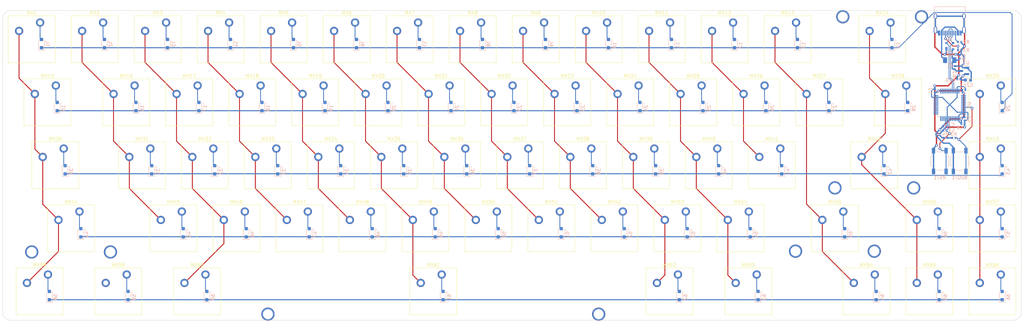
<source format=kicad_pcb>
(kicad_pcb (version 20241229) (generator "pcbnew") (generator_version "9.0")
  (layers (0 "F.Cu" signal) (2 "B.Cu" signal) (13 "F.Paste" user) (15 "B.Paste" user) (5 "F.SilkS" user "F.Silkscreen") (7 "B.SilkS" user "B.Silkscreen") (1 "F.Mask" user) (3 "B.Mask" user) (25 "Edge.Cuts" user))
  (net 0 "")
  (net 1 "+5V")
  (net 2 "GND")
  (net 3 "+3V3")
  (net 4 "NRST")
  (net 5 "VBUS")
  (net 6 "BOOT0")
  (net 7 "/C13")
  (net 8 "/C14")
  (net 9 "/C15")
  (net 10 "/F0")
  (net 11 "/F1")
  (net 12 "/B1")
  (net 13 "/B2")
  (net 14 "/B10")
  (net 15 "/B11")
  (net 16 "/B12")
  (net 17 "/B13")
  (net 18 "/B14")
  (net 19 "/B15")
  (net 20 "/A8")
  (net 21 "/A15")
  (net 22 "/B4")
  (net 23 "/B5")
  (net 24 "/B6")
  (net 25 "/B7")
  (net 26 "/A2")
  (net 27 "/A3")
  (net 28 "/A4")
  (net 29 "/A5")
  (net 30 "/A6")
  (net 31 "/A7")
  (net 32 "/B0")
  (net 33 "/B3")
  (net 34 "/B8")
  (net 35 "/B9")
  (net 36 "/A1")
  (net 37 "/A9")
  (net 38 "/A10")
  (net 39 "/A13")
  (net 40 "/A14")
  (net 41 "/A0")
  (net 42 "D+")
  (net 43 "D-")
  (net 44 "Net-(R3-Pad2)")
  (net 46 "Net-(J1-CC2)")
  (net 48 "Net-(J1-CC1)")
  (net 49 "ROW0")
  (net 50 "Net-(D1-A)")
  (net 51 "Net-(D2-A)")
  (net 52 "Net-(D3-A)")
  (net 53 "Net-(D4-A)")
  (net 54 "Net-(D5-A)")
  (net 55 "Net-(D6-A)")
  (net 56 "Net-(D7-A)")
  (net 57 "Net-(D8-A)")
  (net 58 "Net-(D9-A)")
  (net 59 "Net-(D10-A)")
  (net 60 "Net-(D11-A)")
  (net 61 "Net-(D12-A)")
  (net 62 "Net-(D13-A)")
  (net 63 "Net-(D14-A)")
  (net 64 "Net-(D15-A)")
  (net 65 "ROW1")
  (net 66 "Net-(D16-A)")
  (net 67 "Net-(D17-A)")
  (net 68 "Net-(D18-A)")
  (net 69 "Net-(D19-A)")
  (net 70 "Net-(D20-A)")
  (net 71 "Net-(D21-A)")
  (net 72 "Net-(D22-A)")
  (net 73 "Net-(D23-A)")
  (net 74 "Net-(D24-A)")
  (net 75 "Net-(D25-A)")
  (net 76 "Net-(D26-A)")
  (net 77 "Net-(D27-A)")
  (net 78 "Net-(D28-A)")
  (net 79 "Net-(D29-A)")
  (net 80 "ROW2")
  (net 81 "Net-(D30-A)")
  (net 82 "Net-(D31-A)")
  (net 83 "Net-(D32-A)")
  (net 84 "Net-(D33-A)")
  (net 85 "Net-(D34-A)")
  (net 86 "Net-(D35-A)")
  (net 87 "Net-(D36-A)")
  (net 88 "Net-(D37-A)")
  (net 89 "Net-(D38-A)")
  (net 90 "Net-(D39-A)")
  (net 91 "Net-(D40-A)")
  (net 92 "Net-(D41-A)")
  (net 93 "Net-(D42-A)")
  (net 94 "Net-(D43-A)")
  (net 95 "Net-(D44-A)")
  (net 96 "ROW3")
  (net 97 "Net-(D45-A)")
  (net 98 "Net-(D46-A)")
  (net 99 "Net-(D47-A)")
  (net 100 "Net-(D48-A)")
  (net 101 "Net-(D49-A)")
  (net 102 "Net-(D50-A)")
  (net 103 "Net-(D51-A)")
  (net 104 "Net-(D52-A)")
  (net 105 "Net-(D53-A)")
  (net 106 "Net-(D54-A)")
  (net 107 "Net-(D55-A)")
  (net 108 "Net-(D56-A)")
  (net 109 "Net-(D57-A)")
  (net 110 "ROW4")
  (net 111 "Net-(D58-A)")
  (net 112 "Net-(D59-A)")
  (net 113 "Net-(D60-A)")
  (net 114 "Net-(D61-A)")
  (net 115 "Net-(D62-A)")
  (net 116 "Net-(D63-A)")
  (net 117 "Net-(D64-A)")
  (net 118 "Net-(D65-A)")
  (net 119 "Net-(D66-A)")
  (net 120 "COL0")
  (net 121 "COL1")
  (net 122 "COL2")
  (net 123 "COL3")
  (net 124 "COL4")
  (net 125 "COL5")
  (net 126 "COL6")
  (net 127 "COL7")
  (net 128 "COL8")
  (net 129 "COL9")
  (net 130 "COL10")
  (net 131 "COL11")
  (net 132 "COL12")
  (net 133 "COL13")
  (net 134 "COL14")
  (footprint "PCM_Switch_Keyboard_Cherry_MX:SW_Cherry_MX_PCB_1.00u" (layer "F.Cu") (at 396.57625 150.091875)
    (property "Reference" "MX13")
    (property "Value" "MX_SW_HS")
  )
  (footprint "PCM_Switch_Keyboard_Cherry_MX:SW_Cherry_MX_PCB_1.00u" (layer "F.Cu") (at 334.66375 188.191875)
    (property "Reference" "MX38")
    (property "Value" "MX_SW_HS")
  )
  (footprint "PCM_Switch_Keyboard_Cherry_MX:SW_Cherry_MX_PCB_1.00u" (layer "F.Cu") (at 201.31375 188.191875)
    (property "Reference" "MX31")
    (property "Value" "MX_SW_HS")
  )
  (footprint "PCM_Switch_Keyboard_Cherry_MX:SW_Cherry_MX_PCB_2.00u" (layer "F.Cu") (at 410.86375 207.241875)
    (property "Reference" "MX55")
    (property "Value" "MX_SW_HS")
  )
  (footprint "PCM_Switch_Keyboard_Cherry_MX:SW_Cherry_MX_PCB_1.00u" (layer "F.Cu") (at 420.38875 226.291875)
    (property "Reference" "MX64")
    (property "Value" "MX_SW_HS")
  )
  (footprint "PCM_Switch_Keyboard_Cherry_MX:SW_Cherry_MX_PCB_1.00u" (layer "F.Cu") (at 291.80125 169.141875)
    (property "Reference" "MX21")
    (property "Value" "MX_SW_HS")
  )
  (footprint "PCM_Switch_Keyboard_Cherry_MX:SW_Cherry_MX_PCB_1.00u" (layer "F.Cu") (at 258.46375 188.191875)
    (property "Reference" "MX34")
    (property "Value" "MX_SW_HS")
  )
  (footprint "PCM_Switch_Keyboard_Cherry_MX:SW_Cherry_MX_PCB_1.50u" (layer "F.Cu") (at 429.91375 169.141875)
    (property "Reference" "MX28")
    (property "Value" "MX_SW_HS")
  )
  (footprint "PCM_Switch_Keyboard_Cherry_MX:SW_Cherry_MX_PCB_1.00u" (layer "F.Cu") (at 320.37625 150.091875)
    (property "Reference" "MX9")
    (property "Value" "MX_SW_HS")
  )
  (footprint "PCM_Switch_Keyboard_Cherry_MX:SW_Cherry_MX_PCB_1.00u" (layer "F.Cu") (at 187.02625 150.091875)
    (property "Reference" "MX2")
    (property "Value" "MX_SW_HS")
  )
  (footprint "PCM_Switch_Keyboard_Cherry_MX:SW_Cherry_MX_PCB_1.00u" (layer "F.Cu") (at 348.95125 169.141875)
    (property "Reference" "MX24")
    (property "Value" "MX_SW_HS")
  )
  (footprint "PCM_Switch_Keyboard_Cherry_MX:SW_Cherry_MX_PCB_1.00u" (layer "F.Cu") (at 215.60125 169.141875)
    (property "Reference" "MX17")
    (property "Value" "MX_SW_HS")
  )
  (footprint "PCM_Switch_Keyboard_Cherry_MX:SW_Cherry_MX_PCB_1.00u" (layer "F.Cu") (at 229.88875 207.241875)
    (property "Reference" "MX46")
    (property "Value" "MX_SW_HS")
  )
  (footprint "PCM_Switch_Keyboard_Cherry_MX:SW_Cherry_MX_PCB_1.00u" (layer "F.Cu") (at 458.48875 188.191875)
    (property "Reference" "MX43")
    (property "Value" "MX_SW_HS")
  )
  (footprint "PCM_Switch_Keyboard_Cherry_MX:SW_Cherry_MX_PCB_1.00u" (layer "F.Cu") (at 263.22625 150.091875)
    (property "Reference" "MX6")
    (property "Value" "MX_SW_HS")
  )
  (footprint "PCM_Switch_Keyboard_Cherry_MX:SW_Cherry_MX_PCB_1.00u" (layer "F.Cu") (at 358.47625 150.091875)
    (property "Reference" "MX11")
    (property "Value" "MX_SW_HS")
  )
  (footprint "PCM_Switch_Keyboard_Cherry_MX:SW_Cherry_MX_PCB_1.00u" (layer "F.Cu") (at 167.97625 150.091875)
    (property "Reference" "MX1")
    (property "Value" "MX_SW_HS")
  )
  (footprint "PCM_marbastlib-mx:STAB_MX_P_2.25u" (layer "F.Cu") (at 179.8825 207.400625 180)
    (property "Reference" "S1" (hide yes))
    (property "Value" "MX_stab")
  )
  (footprint "PCM_Switch_Keyboard_Cherry_MX:SW_Cherry_MX_PCB_1.00u" (layer "F.Cu") (at 458.48875 207.241875)
    (property "Reference" "MX57")
    (property "Value" "MX_SW_HS")
  )
  (footprint "PCM_Switch_Keyboard_Cherry_MX:SW_Cherry_MX_PCB_1.25u" (layer "F.Cu") (at 384.67 226.291875)
    (property "Reference" "MX63")
    (property "Value" "MX_SW_HS")
  )
  (footprint "PCM_Switch_Keyboard_Cherry_MX:SW_Cherry_MX_PCB_1.00u" (layer "F.Cu") (at 325.13875 207.241875)
    (property "Reference" "MX51")
    (property "Value" "MX_SW_HS")
  )
  (footprint "PCM_Switch_Keyboard_Cherry_MX:SW_Cherry_MX_PCB_1.00u" (layer "F.Cu") (at 282.27625 150.091875)
    (property "Reference" "MX7")
    (property "Value" "MX_SW_HS")
  )
  (footprint "PCM_Switch_Keyboard_Cherry_MX:SW_Cherry_MX_PCB_1.00u" (layer "F.Cu") (at 344.18875 207.241875)
    (property "Reference" "MX52")
    (property "Value" "MX_SW_HS")
  )
  (footprint "PCM_Switch_Keyboard_Cherry_MX:SW_Cherry_MX_PCB_1.00u" (layer "F.Cu") (at 248.93875 207.241875)
    (property "Reference" "MX47")
    (property "Value" "MX_SW_HS")
  )
  (footprint "PCM_Switch_Keyboard_Cherry_MX:SW_Cherry_MX_PCB_1.00u" (layer "F.Cu") (at 458.48875 169.141875)
    (property "Reference" "MX29")
    (property "Value" "MX_SW_HS")
  )
  (footprint "PCM_marbastlib-mx:STAB_MX_P_2u" (layer "F.Cu") (at 425.15125 150.250625)
    (property "Reference" "S5" (hide yes))
    (property "Value" "MX_stab")
  )
  (footprint "PCM_Switch_Keyboard_Cherry_MX:SW_Cherry_MX_PCB_1.00u" (layer "F.Cu") (at 244.17625 150.091875)
    (property "Reference" "MX5")
    (property "Value" "MX_SW_HS")
  )
  (footprint "PCM_Switch_Keyboard_Cherry_MX:SW_Cherry_MX_PCB_1.00u" (layer "F.Cu") (at 363.23875 207.241875)
    (property "Reference" "MX53")
    (property "Value" "MX_SW_HS")
  )
  (footprint "PCM_Switch_Keyboard_Cherry_MX:SW_Cherry_MX_PCB_1.00u" (layer "F.Cu") (at 287.03875 207.241875)
    (property "Reference" "MX49")
    (property "Value" "MX_SW_HS")
  )
  (footprint "PCM_Switch_Keyboard_Cherry_MX:SW_Cherry_MX_PCB_1.50u" (layer "F.Cu") (at 172.73875 169.141875)
    (property "Reference" "MX15")
    (property "Value" "MX_SW_HS")
  )
  (footprint "PCM_marbastlib-mx:STAB_MX_P_6.25u" (layer "F.Cu") (at 289.42 226.2125 180)
    (property "Reference" "S2" (hide yes))
    (property "Value" "MX_stab")
  )
  (footprint "PCM_Switch_Keyboard_Cherry_MX:SW_Cherry_MX_PCB_1.00u" (layer "F.Cu") (at 306.08875 207.241875)
    (property "Reference" "MX50")
    (property "Value" "MX_SW_HS")
  )
  (footprint "PCM_Switch_Keyboard_Cherry_MX:SW_Cherry_MX_PCB_1.00u" (layer "F.Cu") (at 382.28875 207.241875)
    (property "Reference" "MX54")
    (property "Value" "MX_SW_HS")
  )
  (footprint "PCM_Switch_Keyboard_Cherry_MX:SW_Cherry_MX_PCB_1.00u" (layer "F.Cu") (at 387.05125 169.141875)
    (property "Reference" "MX26")
    (property "Value" "MX_SW_HS")
  )
  (footprint "PCM_Switch_Keyboard_Cherry_MX:SW_Cherry_MX_PCB_1.00u" (layer "F.Cu") (at 267.98875 207.241875)
    (property "Reference" "MX48")
    (property "Value" "MX_SW_HS")
  )
  (footprint "PCM_Switch_Keyboard_Cherry_MX:SW_Cherry_MX_PCB_1.00u" (layer "F.Cu") (at 439.43875 226.291875)
    (property "Reference" "MX65")
    (property "Value" "MX_SW_HS")
  )
  (footprint "PCM_Switch_Keyboard_Cherry_MX:SW_Cherry_MX_PCB_1.00u" (layer "F.Cu") (at 272.75125 169.141875)
    (property "Reference" "MX20")
    (property "Value" "MX_SW_HS")
  )
  (footprint "PCM_Switch_Keyboard_Cherry_MX:SW_Cherry_MX_PCB_1.25u" (layer "F.Cu") (at 194.17 226.291875)
    (property "Reference" "MX59")
    (property "Value" "MX_SW_HS")
  )
  (footprint "PCM_Switch_Keyboard_Cherry_MX:SW_Cherry_MX_PCB_1.00u" (layer "F.Cu") (at 353.71375 188.191875)
    (property "Reference" "MX39")
    (property "Value" "MX_SW_HS")
  )
  (footprint "PCM_Switch_Keyboard_Cherry_MX:SW_Cherry_MX_PCB_1.00u" (layer "F.Cu") (at 439.43875 207.241875)
    (property "Reference" "MX56")
    (property "Value" "MX_SW_HS")
  )
  (footprint "PCM_Switch_Keyboard_Cherry_MX:SW_Cherry_MX_PCB_1.00u" (layer "F.Cu") (at 301.32625 150.091875)
    (property "Reference" "MX8")
    (property "Value" "MX_SW_HS")
  )
  (footprint "PCM_Switch_Keyboard_Cherry_MX:SW_Cherry_MX_PCB_1.00u" (layer "F.Cu") (at 225.12625 150.091875)
    (property "Reference" "MX4")
    (property "Value" "MX_SW_HS")
  )
  (footprint "PCM_marbastlib-mx:STAB_MX_P_2u" (layer "F.Cu") (at 410.86375 207.1625 180)
    (property "Reference" "S3" (hide yes))
    (property "Value" "MX_stab")
  )
  (footprint "PCM_Switch_Keyboard_Cherry_MX:SW_Cherry_MX_PCB_2.00u" (layer "F.Cu") (at 425.15125 150.091875)
    (property "Reference" "MX14")
    (property "Value" "MX_SW_HS")
  )
  (footprint "PCM_Switch_Keyboard_Cherry_MX:SW_Cherry_MX_PCB_1.00u" (layer "F.Cu") (at 458.48875 226.291875)
    (property "Reference" "MX66")
    (property "Value" "MX_SW_HS")
  )
  (footprint "PCM_Switch_Keyboard_Cherry_MX:SW_Cherry_MX_PCB_1.00u" (layer "F.Cu") (at 220.36375 188.191875)
    (property "Reference" "MX32")
    (property "Value" "MX_SW_HS")
  )
  (footprint "PCM_Switch_Keyboard_Cherry_MX:SW_Cherry_MX_PCB_1.00u" (layer "F.Cu") (at 210.83875 207.241875)
    (property "Reference" "MX45")
    (property "Value" "MX_SW_HS")
  )
  (footprint "PCM_Switch_Keyboard_Cherry_MX:SW_Cherry_MX_PCB_1.00u" (layer "F.Cu") (at 315.61375 188.191875)
    (property "Reference" "MX37")
    (property "Value" "MX_SW_HS")
  )
  (footprint "PCM_Switch_Keyboard_Cherry_MX:SW_Cherry_MX_PCB_1.00u" (layer "F.Cu") (at 329.90125 169.141875)
    (property "Reference" "MX23")
    (property "Value" "MX_SW_HS")
  )
  (footprint "PCM_Switch_Keyboard_Cherry_MX:SW_Cherry_MX_PCB_1.00u" (layer "F.Cu") (at 234.65125 169.141875)
    (property "Reference" "MX18")
    (property "Value" "MX_SW_HS")
  )
  (footprint "PCM_Switch_Keyboard_Cherry_MX:SW_Cherry_MX_PCB_1.00u" (layer "F.Cu") (at 296.56375 188.191875)
    (property "Reference" "MX36")
    (property "Value" "MX_SW_HS")
  )
  (footprint "PCM_Switch_Keyboard_Cherry_MX:SW_Cherry_MX_PCB_1.00u" (layer "F.Cu") (at 391.81375 188.191875)
    (property "Reference" "MX41")
    (property "Value" "MX_SW_HS")
  )
  (footprint "PCM_Switch_Keyboard_Cherry_MX:SW_Cherry_MX_PCB_1.25u" (layer "F.Cu") (at 170.3575 226.291875)
    (property "Reference" "MX58")
    (property "Value" "MX_SW_HS")
  )
  (footprint "PCM_Switch_Keyboard_Cherry_MX:SW_Cherry_MX_PCB_1.00u" (layer "F.Cu") (at 277.51375 188.191875)
    (property "Reference" "MX35")
    (property "Value" "MX_SW_HS")
  )
  (footprint "PCM_Switch_Keyboard_Cherry_MX:SW_Cherry_MX_PCB_1.00u" (layer "F.Cu") (at 372.76375 188.191875)
    (property "Reference" "MX40")
    (property "Value" "MX_SW_HS")
  )
  (footprint "PCM_Switch_Keyboard_Cherry_MX:SW_Cherry_MX_PCB_1.00u" (layer "F.Cu") (at 206.07625 150.091875)
    (property "Reference" "MX3")
    (property "Value" "MX_SW_HS")
  )
  (footprint "PCM_Switch_Keyboard_Cherry_MX:SW_Cherry_MX_PCB_1.25u" (layer "F.Cu") (at 360.8575 226.291875)
    (property "Reference" "MX62")
    (property "Value" "MX_SW_HS")
  )
  (footprint "PCM_Switch_Keyboard_Cherry_MX:SW_Cherry_MX_PCB_6.25u" (layer "F.Cu") (at 289.42 226.291875)
    (property "Reference" "MX61")
    (property "Value" "MX_SW_HS")
  )
  (footprint "PCM_Switch_Keyboard_Cherry_MX:SW_Cherry_MX_PCB_2.25u" (layer "F.Cu") (at 179.8825 207.241875)
    (property "Reference" "MX44")
    (property "Value" "MX_SW_HS")
  )
  (footprint "PCM_Switch_Keyboard_Cherry_MX:SW_Cherry_MX_PCB_2.25u" (layer "F.Cu") (at 422.77 188.191875)
    (property "Reference" "MX42")
    (property "Value" "MX_SW_HS")
  )
  (footprint "PCM_Switch_Keyboard_Cherry_MX:SW_Cherry_MX_PCB_1.00u" (layer "F.Cu") (at 310.85125 169.141875)
    (property "Reference" "MX22")
    (property "Value" "MX_SW_HS")
  )
  (footprint "PCM_marbastlib-mx:STAB_MX_P_2.25u" (layer "F.Cu") (at 422.77 188.030075 180)
    (property "Reference" "S4" (hide yes))
    (property "Value" "MX_stab")
  )
  (footprint "PCM_Switch_Keyboard_Cherry_MX:SW_Cherry_MX_PCB_1.00u" (layer "F.Cu") (at 377.52625 150.091875)
    (property "Reference" "MX12")
    (property "Value" "MX_SW_HS")
  )
  (footprint "PCM_Switch_Keyboard_Cherry_MX:SW_Cherry_MX_PCB_1.00u" (layer "F.Cu") (at 239.41375 188.191875)
    (property "Reference" "MX33")
    (property "Value" "MX_SW_HS")
  )
  (footprint "PCM_Switch_Keyboard_Cherry_MX:SW_Cherry_MX_PCB_1.00u" (layer "F.Cu") (at 339.42625 150.091875)
    (property "Reference" "MX10")
    (property "Value" "MX_SW_HS")
  )
  (footprint "PCM_Switch_Keyboard_Cherry_MX:SW_Cherry_MX_PCB_1.00u" (layer "F.Cu") (at 253.70125 169.141875)
    (property "Reference" "MX19")
    (property "Value" "MX_SW_HS")
  )
  (footprint "PCM_Switch_Keyboard_Cherry_MX:SW_Cherry_MX_PCB_1.00u" (layer "F.Cu") (at 196.55125 169.141875)
    (property "Reference" "MX16")
    (property "Value" "MX_SW_HS")
  )
  (footprint "PCM_Switch_Keyboard_Cherry_MX:SW_Cherry_MX_PCB_1.00u" (layer "F.Cu") (at 406.10125 169.141875)
    (property "Reference" "MX27")
    (property "Value" "MX_SW_HS")
  )
  (footprint "PCM_Switch_Keyboard_Cherry_MX:SW_Cherry_MX_PCB_1.25u" (layer "F.Cu") (at 217.9825 226.291875)
    (property "Reference" "MX60")
    (property "Value" "MX_SW_HS")
  )
  (footprint "PCM_Switch_Keyboard_Cherry_MX:SW_Cherry_MX_PCB_1.75u" (layer "F.Cu") (at 175.12 188.191875)
    (property "Reference" "MX30")
    (property "Value" "MX_SW_HS")
  )
  (footprint "PCM_Switch_Keyboard_Cherry_MX:SW_Cherry_MX_PCB_1.00u" (layer "F.Cu") (at 368.00125 169.141875)
    (property "Reference" "MX25")
    (property "Value" "MX_SW_HS")
  )
  (footprint "Diode_SMD:D_SOD-323_HandSoldering" (layer "B.Cu") (at 175.694375 170.425625 90)
    (property "Reference" "D15")
    (property "Value" "D_Small")
  )
  (footprint "Diode_SMD:D_SOD-323_HandSoldering" (layer "B.Cu") (at 366.194375 208.585 90)
    (property "Reference" "D53")
    (property "Value" "D_Small")
  )
  (footprint "Diode_SMD:D_SOD-323_HandSoldering" (layer "B.Cu") (at 380.481875 151.375625 90)
    (property "Reference" "D12")
    (property "Value" "D_Small")
  )
  (footprint "Diode_SMD:D_SOD-323_HandSoldering" (layer "B.Cu") (at 370.956875 170.425625 90)
    (property "Reference" "D25")
    (property "Value" "D_Small")
  )
  (footprint "Capacitor_SMD:C_0402_1005Metric" (layer "B.Cu") (at 441.085625 165.641875 90)
    (property "Reference" "C4")
    (property "Value" "100nF")
  )
  (footprint "Package_QFP:LQFP-48_7x7mm_P0.5mm" (layer "B.Cu") (at 445.585625 169.891875 90)
    (property "Reference" "U1")
    (property "Value" "STM32F072CBT6")
  )
  (footprint "Diode_SMD:D_SOD-323_HandSoldering" (layer "B.Cu") (at 337.619375 189.535 90)
    (property "Reference" "D38")
    (property "Value" "D_Small")
  )
  (footprint "Diode_SMD:D_SOD-323_HandSoldering" (layer "B.Cu") (at 228.081875 151.375625 90)
    (property "Reference" "D4")
    (property "Value" "D_Small")
  )
  (footprint "Diode_SMD:D_SOD-323_HandSoldering" (layer "B.Cu") (at 209.031875 151.375625 90)
    (property "Reference" "D3")
    (property "Value" "D_Small")
  )
  (footprint "Diode_SMD:D_SOD-323_HandSoldering" (layer "B.Cu") (at 385.244375 208.585 90)
    (property "Reference" "D54")
    (property "Value" "D_Small")
  )
  (footprint "Diode_SMD:D_SOD-323_HandSoldering" (layer "B.Cu") (at 197.125625 227.575625 90)
    (property "Reference" "D59")
    (property "Value" "D_Small")
  )
  (footprint "Capacitor_SMD:C_0402_1005Metric" (layer "B.Cu") (at 449.835625 165.391875)
    (property "Reference" "C3")
    (property "Value" "100nF")
  )
  (footprint "Diode_SMD:D_SOD-323_HandSoldering" (layer "B.Cu") (at 461.444375 208.585 90)
    (property "Reference" "D57")
    (property "Value" "D_Small")
  )
  (footprint "Diode_SMD:D_SOD-323_HandSoldering" (layer "B.Cu") (at 394.769375 189.535 90)
    (property "Reference" "D41")
    (property "Value" "D_Small")
  )
  (footprint "Diode_SMD:D_SOD-323_HandSoldering" (layer "B.Cu") (at 432.869375 170.425625 90)
    (property "Reference" "D28")
    (property "Value" "D_Small")
  )
  (footprint "Diode_SMD:D_SOD-323_HandSoldering" (layer "B.Cu") (at 285.231875 151.375625 90)
    (property "Reference" "D7")
    (property "Value" "D_Small")
  )
  (footprint "Button_Switch_SMD:SW_SPST_TL3342" (layer "B.Cu") (at 448.585625 186.891875 -90)
    (property "Reference" "BOOT1")
    (property "Value" "SW_SPST")
  )
  (footprint "Package_TO_SOT_SMD:SOT-143" (layer "B.Cu") (at 445.585625 152.141875)
    (property "Reference" "U2")
    (property "Value" "PRTR5V0U2X")
  )
  (footprint "Capacitor_SMD:C_0402_1005Metric" (layer "B.Cu") (at 450.085625 174.141875 -90)
    (property "Reference" "C5")
    (property "Value" "100nF")
  )
  (footprint "Diode_SMD:D_SOD-323_HandSoldering" (layer "B.Cu") (at 294.756875 170.425625 90)
    (property "Reference" "D21")
    (property "Value" "D_Small")
  )
  (footprint "Diode_SMD:D_SOD-323_HandSoldering" (layer "B.Cu") (at 351.906875 170.425625 90)
    (property "Reference" "D24")
    (property "Value" "D_Small")
  )
  (footprint "Diode_SMD:D_SOD-323_HandSoldering" (layer "B.Cu") (at 223.319375 189.535 90)
    (property "Reference" "D32")
    (property "Value" "D_Small")
  )
  (footprint "Diode_SMD:D_SOD-323_HandSoldering" (layer "B.Cu") (at 173.313125 227.575625 90)
    (property "Reference" "D58")
    (property "Value" "D_Small")
  )
  (footprint "Diode_SMD:D_SOD-323_HandSoldering" (layer "B.Cu") (at 270.944375 208.585 90)
    (property "Reference" "D48")
    (property "Value" "D_Small")
  )
  (footprint "Diode_SMD:D_SOD-323_HandSoldering" (layer "B.Cu") (at 251.894375 208.585 90)
    (property "Reference" "D47")
    (property "Value" "D_Small")
  )
  (footprint "Diode_SMD:D_SOD-323_HandSoldering" (layer "B.Cu") (at 247.131875 151.375625 90)
    (property "Reference" "D5")
    (property "Value" "D_Small")
  )
  (footprint "Diode_SMD:D_SOD-323_HandSoldering" (layer "B.Cu") (at 220.938125 227.575625 90)
    (property "Reference" "D60")
    (property "Value" "D_Small")
  )
  (footprint "Diode_SMD:D_SOD-323_HandSoldering" (layer "B.Cu") (at 280.469375 189.535 90)
    (property "Reference" "D35")
    (property "Value" "D_Small")
  )
  (footprint "Button_Switch_SMD:SW_SPST_TL3342" (layer "B.Cu") (at 442.585625 186.891875 90)
    (property "Reference" "RST1")
    (property "Value" "SW_SPST")
  )
  (footprint "Diode_SMD:D_SOD-323_HandSoldering" (layer "B.Cu") (at 342.381875 151.375625 90)
    (property "Reference" "D10")
    (property "Value" "D_Small")
  )
  (footprint "Diode_SMD:D_SOD-323_HandSoldering" (layer "B.Cu") (at 313.806875 170.425625 90)
    (property "Reference" "D22")
    (property "Value" "D_Small")
  )
  (footprint "Diode_SMD:D_SOD-323_HandSoldering" (layer "B.Cu") (at 304.281875 151.375625 90)
    (property "Reference" "D8")
    (property "Value" "D_Small")
  )
  (footprint "Diode_SMD:D_SOD-323_HandSoldering" (layer "B.Cu") (at 423.344375 227.575625 90)
    (property "Reference" "D64")
    (property "Value" "D_Small")
  )
  (footprint "Diode_SMD:D_SOD-323_HandSoldering" (layer "B.Cu") (at 461.444375 227.575625 90)
    (property "Reference" "D66")
    (property "Value" "D_Small")
  )
  (footprint "Diode_SMD:D_SOD-323_HandSoldering" (layer "B.Cu") (at 309.044375 208.585 90)
    (property "Reference" "D50")
    (property "Value" "D_Small")
  )
  (footprint "Diode_SMD:D_SOD-323_HandSoldering" (layer "B.Cu") (at 442.394375 208.585 90)
    (property "Reference" "D56")
    (property "Value" "D_Small")
  )
  (footprint "Diode_SMD:D_SOD-323_HandSoldering" (layer "B.Cu") (at 332.856875 170.425625 90)
    (property "Reference" "D23")
    (property "Value" "D_Small")
  )
  (footprint "Diode_SMD:D_SOD-323_HandSoldering" (layer "B.Cu") (at 328.094375 208.585 90)
    (property "Reference" "D51")
    (property "Value" "D_Small")
  )
  (footprint "Diode_SMD:D_SOD-323_HandSoldering" (layer "B.Cu") (at 237.606875 170.425625 90)
    (property "Reference" "D18")
    (property "Value" "D_Small")
  )
  (footprint "Package_TO_SOT_SMD:SOT-23" (layer "B.Cu") (at 449.835625 159.641875 180)
    (property "Reference" "U3")
    (property "Value" "XC6206PxxxMR-Regulator_Linear")
  )
  (footprint "Diode_SMD:D_SOD-323_HandSoldering" (layer "B.Cu") (at 409.056875 170.425625 90)
    (property "Reference" "D27")
    (property "Value" "D_Small")
  )
  (footprint "Diode_SMD:D_SOD-323_HandSoldering" (layer "B.Cu") (at 292.375625 227.575625 90)
    (property "Reference" "D61")
    (property "Value" "D_Small")
  )
  (footprint "Diode_SMD:D_SOD-323_HandSoldering" (layer "B.Cu") (at 232.844375 208.585 90)
    (property "Reference" "D46")
    (property "Value" "D_Small")
  )
  (footprint "Diode_SMD:D_SOD-323_HandSoldering" (layer "B.Cu") (at 213.794375 208.585 90)
    (property "Reference" "D45")
    (property "Value" "D_Small")
  )
  (footprint "Capacitor_SMD:C_0402_1005Metric" (layer "B.Cu") (at 449.585625 175.641875)
    (property "Reference" "C6")
    (property "Value" "100nF")
  )
  (footprint "Diode_SMD:D_SOD-323_HandSoldering" (layer "B.Cu") (at 375.719375 189.535 90)
    (property "Reference" "D40")
    (property "Value" "D_Small")
  )
  (footprint "Diode_SMD:D_SOD-323_HandSoldering" (layer "B.Cu") (at 266.181875 151.375625 90)
    (property "Reference" "D6")
    (property "Value" "D_Small")
  )
  (footprint "Diode_SMD:D_SOD-323_HandSoldering" (layer "B.Cu") (at 170.931875 151.375625 90)
    (property "Reference" "D1")
    (property "Value" "D_Small")
  )
  (footprint "Diode_SMD:D_SOD-323_HandSoldering" (layer "B.Cu") (at 461.444375 170.425625 90)
    (property "Reference" "D29")
    (property "Value" "D_Small")
  )
  (footprint "Diode_SMD:D_SOD-323_HandSoldering" (layer "B.Cu") (at 275.706875 170.425625 90)
    (property "Reference" "D20")
    (property "Value" "D_Small")
  )
  (footprint "Diode_SMD:D_SOD-323_HandSoldering" (layer "B.Cu") (at 361.431875 151.375625 90)
    (property "Reference" "D11")
    (property "Value" "D_Small")
  )
  (footprint "Diode_SMD:D_SOD-323_HandSoldering" (layer "B.Cu") (at 182.838125 208.585 90)
    (property "Reference" "D44")
    (property "Value" "D_Small")
  )
  (footprint "Diode_SMD:D_SOD-323_HandSoldering" (layer "B.Cu") (at 461.444375 189.535 90)
    (property "Reference" "D43")
    (property "Value" "D_Small")
  )
  (footprint "Diode_SMD:D_SOD-323_HandSoldering" (layer "B.Cu") (at 363.813125 227.575625 90)
    (property "Reference" "D62")
    (property "Value" "D_Small")
  )
  (footprint "Diode_SMD:D_SOD-323_HandSoldering" (layer "B.Cu") (at 323.331875 151.375625 90)
    (property "Reference" "D9")
    (property "Value" "D_Small")
  )
  (footprint "Diode_SMD:D_SOD-323_HandSoldering" (layer "B.Cu") (at 399.531875 151.375625 90)
    (property "Reference" "D13")
    (property "Value" "D_Small")
  )
  (footprint "Diode_SMD:D_SOD-323_HandSoldering" (layer "B.Cu") (at 387.625625 227.575625 90)
    (property "Reference" "D63")
    (property "Value" "D_Small")
  )
  (footprint "Resistor_SMD:R_0402_1005Metric" (layer "B.Cu") (at 448.585625 153.391875 180)
    (property "Reference" "R1")
    (property "Value" "5.1k")
  )
  (footprint "Diode_SMD:D_SOD-323_HandSoldering" (layer "B.Cu") (at 189.981875 151.375625 90)
    (property "Reference" "D2")
    (property "Value" "D_Small")
  )
  (footprint "Capacitor_SMD:C_0402_1005Metric" (layer "B.Cu") (at 448.335625 162.141875 180)
    (property "Reference" "C10")
    (property "Value" "1uF")
  )
  (footprint "Diode_SMD:D_SOD-323_HandSoldering" (layer "B.Cu") (at 413.819375 208.585 90)
    (property "Reference" "D55")
    (property "Value" "D_Small")
  )
  (footprint "Diode_SMD:D_SOD-323_HandSoldering" (layer "B.Cu") (at 390.006875 170.425625 90)
    (property "Reference" "D26")
    (property "Value" "D_Small")
  )
  (footprint "Fuse:Fuse_1206_3216Metric" (layer "B.Cu") (at 445.585625 156.391875)
    (property "Reference" "F1")
    (property "Value" "500mA")
  )
  (footprint "Diode_SMD:D_SOD-323_HandSoldering" (layer "B.Cu") (at 425.725625 189.535 90)
    (property "Reference" "D42")
    (property "Value" "D_Small")
  )
  (footprint "Diode_SMD:D_SOD-323_HandSoldering" (layer "B.Cu") (at 347.144375 208.585 90)
    (property "Reference" "D52")
    (property "Value" "D_Small")
  )
  (footprint "Diode_SMD:D_SOD-323_HandSoldering" (layer "B.Cu") (at 442.394375 227.575625 90)
    (property "Reference" "D65")
    (property "Value" "D_Small")
  )
  (footprint "Diode_SMD:D_SOD-323_HandSoldering" (layer "B.Cu") (at 199.506875 170.425625 90)
    (property "Reference" "D16")
    (property "Value" "D_Small")
  )
  (footprint "Capacitor_SMD:C_0402_1005Metric" (layer "B.Cu") (at 447.085625 158.641875 90)
    (property "Reference" "C9")
    (property "Value" "1uF")
  )
  (footprint "Diode_SMD:D_SOD-323_HandSoldering" (layer "B.Cu") (at 204.269375 189.535 90)
    (property "Reference" "D31")
    (property "Value" "D_Small")
  )
  (footprint "Diode_SMD:D_SOD-323_HandSoldering" (layer "B.Cu") (at 256.656875 170.425625 90)
    (property "Reference" "D19")
    (property "Value" "D_Small")
  )
  (footprint "Capacitor_SMD:C_0402_1005Metric" (layer "B.Cu") (at 444.072202 177.628452 180)
    (property "Reference" "C1")
    (property "Value" "100nF")
  )
  (footprint "Resistor_SMD:R_0402_1005Metric" (layer "B.Cu") (at 444.335625 179.891875 180)
    (property "Reference" "R4")
    (property "Value" "5.1k")
  )
  (footprint "Diode_SMD:D_SOD-323_HandSoldering" (layer "B.Cu") (at 242.369375 189.535 90)
    (property "Reference" "D33")
    (property "Value" "D_Small")
  )
  (footprint "Capacitor_SMD:C_0402_1005Metric" (layer "B.Cu") (at 444.072202 176.378452)
    (property "Reference" "C7")
    (property "Value" "100nF")
  )
  (footprint "Resistor_SMD:R_0402_1005Metric" (layer "B.Cu") (at 448.585625 150.891875)
    (property "Reference" "R2")
    (property "Value" "5.1k")
  )
  (footprint "Diode_SMD:D_SOD-323_HandSoldering" (layer "B.Cu") (at 318.569375 189.535 90)
    (property "Reference" "D37")
    (property "Value" "D_Small")
  )
  (footprint "Connector_USB:USB_C_Receptacle_HRO_TYPE-C-31-M-12" (layer "B.Cu") (at 445.585625 144.141875)
    (property "Reference" "J1")
    (property "Value" "USB_C_Receptacle_USB2.0")
  )
  (footprint "Resistor_SMD:R_0402_1005Metric" (layer "B.Cu") (at 446.835625 179.891875 180)
    (property "Reference" "R3")
    (property "Value" "5.1k")
  )
  (footprint "Diode_SMD:D_SOD-323_HandSoldering" (layer "B.Cu") (at 356.669375 189.535 90)
    (property "Reference" "D39")
    (property "Value" "D_Small")
  )
  (footprint "Capacitor_SMD:C_0603_1608Metric" (layer "B.Cu") (at 451.085625 162.391875)
    (property "Reference" "C2")
    (property "Value" "10uF")
  )
  (footprint "Capacitor_SMD:C_0402_1005Metric" (layer "B.Cu") (at 448.585625 155.391875 90)
    (property "Reference" "C8")
    (property "Value" "100nF")
  )
  (footprint "Diode_SMD:D_SOD-323_HandSoldering" (layer "B.Cu") (at 428.106875 151.375625 90)
    (property "Reference" "D14")
    (property "Value" "D_Small")
  )
  (footprint "Diode_SMD:D_SOD-323_HandSoldering" (layer "B.Cu") (at 261.419375 189.535 90)
    (property "Reference" "D34")
    (property "Value" "D_Small")
  )
  (footprint "Diode_SMD:D_SOD-323_HandSoldering" (layer "B.Cu") (at 289.994375 208.585 90)
    (property "Reference" "D49")
    (property "Value" "D_Small")
  )
  (footprint "Diode_SMD:D_SOD-323_HandSoldering" (layer "B.Cu") (at 218.556875 170.425625 90)
    (property "Reference" "D17")
    (property "Value" "D_Small")
  )
  (footprint "Diode_SMD:D_SOD-323_HandSoldering" (layer "B.Cu") (at 299.519375 189.535 90)
    (property "Reference" "D36")
    (property "Value" "D_Small")
  )
  (footprint "Diode_SMD:D_SOD-323_HandSoldering" (layer "B.Cu") (at 178.075625 189.535 90)
    (property "Reference" "D30")
    (property "Value" "D_Small")
  )
  (gr_arc (start 467.22 232.641875) (mid 466.522548 234.325673) (end 464.83875 235.023125) (stroke (width 0.1)) (layer "Edge.Cuts"))
  (gr_arc (start 159.245 143.741875) (mid 159.942452 142.058077) (end 161.62625 141.360625) (stroke (width 0.1)) (layer "Edge.Cuts"))
  (gr_line (start 161.62625 141.360625) (end 464.83875 141.360625) (stroke (width 0.1)) (layer "Edge.Cuts"))
  (gr_line (start 467.22 143.741875) (end 467.22 232.641875) (stroke (width 0.1)) (layer "Edge.Cuts"))
  (gr_arc (start 161.62625 235.023125) (mid 159.942452 234.325673) (end 159.245 232.641875) (stroke (width 0.1)) (layer "Edge.Cuts"))
  (gr_line (start 159.245 232.641875) (end 159.245 143.741875) (stroke (width 0.1)) (layer "Edge.Cuts"))
  (gr_line (start 464.83875 235.023125) (end 161.62625 235.023125) (stroke (width 0.1)) (layer "Edge.Cuts"))
  (gr_arc (start 464.83875 141.360625) (mid 466.522548 142.058077) (end 467.22 143.741875) (stroke (width 0.1)) (layer "Edge.Cuts"))
  (segment (start 446.335625 158.891875) (end 446.335625 157.041875) (width 0.4) (layer "B.Cu") (net 1))
  (segment (start 446.335625 153.341875) (end 446.585625 153.091875) (width 0.4) (layer "B.Cu") (net 1))
  (segment (start 448.065625 156.391875) (end 448.585625 155.871875) (width 0.4) (layer "B.Cu") (net 1))
  (segment (start 448.898125 159.641875) (end 447.605625 159.641875) (width 0.4) (layer "B.Cu") (net 1))
  (segment (start 446.335625 155.741875) (end 446.335625 153.341875) (width 0.4) (layer "B.Cu") (net 1))
  (segment (start 446.985625 156.391875) (end 446.335625 155.741875) (width 0.4) (layer "B.Cu") (net 1))
  (segment (start 447.605625 159.641875) (end 447.085625 159.121875) (width 0.4) (layer "B.Cu") (net 1))
  (segment (start 446.335625 157.041875) (end 446.985625 156.391875) (width 0.4) (layer "B.Cu") (net 1))
  (segment (start 446.985625 156.391875) (end 448.065625 156.391875) (width 0.4) (layer "B.Cu") (net 1))
  (segment (start 447.085625 159.121875) (end 446.565625 159.121875) (width 0.4) (layer "B.Cu") (net 1))
  (segment (start 446.565625 159.121875) (end 446.335625 158.891875) (width 0.4) (layer "B.Cu") (net 1))
  (segment (start 442.322202 178.878452) (end 441.585625 179.615029) (width 0.4) (layer "F.Cu") (net 2))
  (segment (start 448.335625 155.141875) (end 447.835625 154.641875) (width 0.4) (layer "F.Cu") (net 2))
  (segment (start 441.585625 179.615029) (end 441.585625 182.141875) (width 0.4) (layer "F.Cu") (net 2))
  (segment (start 441.085625 164.141875) (end 441.085625 177.641875) (width 0.4) (layer "F.Cu") (net 2))
  (segment (start 447.335625 154.641875) (end 447.835625 154.641875) (width 0.4) (layer "F.Cu") (net 2))
  (segment (start 450.085625 152.391875) (end 447.835625 154.641875) (width 0.4) (layer "F.Cu") (net 2))
  (segment (start 441.085625 164.141875) (end 445.085625 164.141875) (width 0.4) (layer "F.Cu") (net 2))
  (segment (start 450.085625 152.141875) (end 450.085625 152.391875) (width 0.4) (layer "F.Cu") (net 2))
  (segment (start 444.558779 176.641875) (end 442.322202 178.878452) (width 0.4) (layer "F.Cu") (net 2))
  (segment (start 441.085625 147.451875) (end 441.085625 152.391875) (width 0.4) (layer "F.Cu") (net 2))
  (segment (start 448.335625 160.891875) (end 448.335625 155.141875) (width 0.4) (layer "F.Cu") (net 2))
  (segment (start 441.085625 152.391875) (end 443.335625 154.641875) (width 0.4) (layer "F.Cu") (net 2))
  (segment (start 450.085625 176.641875) (end 444.558779 176.641875) (width 0.4) (layer "F.Cu") (net 2))
  (segment (start 443.335625 154.641875) (end 444.085625 154.641875) (width 0.4) (layer "F.Cu") (net 2))
  (segment (start 441.085625 177.641875) (end 442.322202 178.878452) (width 0.4) (layer "F.Cu") (net 2))
  (segment (start 450.085625 152.141875) (end 450.085625 147.451875) (width 0.4) (layer "F.Cu") (net 2))
  (segment (start 444.085625 154.641875) (end 447.335625 154.641875) (width 0.4) (layer "F.Cu") (net 2))
  (segment (start 445.085625 164.141875) (end 448.335625 160.891875) (width 0.4) (layer "F.Cu") (net 2))
  (via (at 442.322202 178.878452) (size 0.8) (drill 0.4) (layers "F.Cu" "B.Cu") (net 2))
  (via (at 448.335625 160.891875) (size 0.8) (drill 0.4) (layers "F.Cu" "B.Cu") (net 2))
  (via (at 447.335625 154.641875) (size 0.8) (drill 0.4) (layers "F.Cu" "B.Cu") (net 2))
  (via (at 450.085625 152.141875) (size 0.8) (drill 0.4) (layers "F.Cu" "B.Cu") (net 2))
  (via (at 450.085625 176.641875) (size 0.8) (drill 0.4) (layers "F.Cu" "B.Cu") (net 2))
  (via (at 441.085625 164.141875) (size 0.8) (drill 0.4) (layers "F.Cu" "B.Cu") (net 2))
  (via (at 444.085625 154.641875) (size 0.8) (drill 0.4) (layers "F.Cu" "B.Cu") (net 2))
  (via (at 441.585625 182.141875) (size 0.8) (drill 0.4) (layers "F.Cu" "B.Cu") (net 2))
  (segment (start 449.905625 147.271875) (end 449.905625 143.091875) (width 0.4) (layer "B.Cu") (net 2))
  (segment (start 440.085625 165.641875) (end 440.565625 165.161875) (width 0.3) (layer "B.Cu") (net 2))
  (segment (start 450.315625 164.871875) (end 450.315625 165.391875) (width 0.3) (layer "B.Cu") (net 2))
  (segment (start 444.552202 176.496008) (end 444.552202 176.378452) (width 0.4) (layer "B.Cu") (net 2))
  (segment (start 444.835625 174.054375) (end 444.835625 176.095029) (width 0.3) (layer "B.Cu") (net 2))
  (segment (start 452.085625 160.004375) (end 450.773125 158.691875) (width 0.4) (layer "B.Cu") (net 2))
  (segment (start 450.065625 175.641875) (end 450.085625 176.641875) (width 0.4) (layer "B.Cu") (net 2))
  (segment (start 450.773125 158.691875) (end 449.615625 158.691875) (width 0.4) (layer "B.Cu") (net 2))
  (segment (start 444.835625 174.054375) (end 444.835625 170.641875) (width 0.3) (layer "B.Cu") (net 2))
  (segment (start 441.265625 143.091875) (end 441.265625 147.271875) (width 0.4) (layer "B.Cu") (net 2))
  (segment (start 444.835625 170.641875) (end 445.585625 169.891875) (width 0.3) (layer "B.Cu") (net 2))
  (segment (start 447.835625 165.729375) (end 447.835625 167.641875) (width 0.3) (layer "B.Cu") (net 2))
  (segment (start 449.095625 153.131875) (end 449.095625 153.391875) (width 0.4) (layer "B.Cu") (net 2))
  (segment (start 441.423125 167.641875) (end 443.335625 167.641875) (width 0.3) (layer "B.Cu") (net 2))
  (segment (start 450.085625 152.141875) (end 449.095625 151.151875) (width 0.4) (layer "B.Cu") (net 2))
  (segment (start 448.335625 160.891875) (end 447.855625 161.371875) (width 0.4) (layer "B.Cu") (net 2))
  (segment (start 449.748125 172.141875) (end 450.835625 172.141875) (width 0.3) (layer "B.Cu") (net 2))
  (segment (start 441.585625 182.141875) (end 440.685625 183.041875) (width 0.4) (layer "B.Cu") (net 2))
  (segment (start 449.615625 158.691875) (end 449.085625 158.161875) (width 0.4) (layer "B.Cu") (net 2))
  (segment (start 450.085625 174.621875) (end 450.085625 175.621875) (width 0.4) (layer "B.Cu") (net 2))
  (segment (start 444.085625 154.641875) (end 444.585625 154.141875) (width 0.4) (layer "B.Cu") (net 2))
  (segment (start 441.085625 165.161875) (end 441.085625 164.141875) (width 0.4) (layer "B.Cu") (net 2))
  (segment (start 451.085625 172.391875) (end 451.085625 174.141875) (width 0.3) (layer "B.Cu") (net 2))
  (segment (start 452.085625 162.166875) (end 452.085625 160.004375) (width 0.4) (layer "B.Cu") (net 2))
  (segment (start 445.585625 169.891875) (end 447.835625 172.141875) (width 0.3) (layer "B.Cu") (net 2))
  (segment (start 450.605625 174.621875) (end 450.085625 174.621875) (width 0.3) (layer "B.Cu") (net 2))
  (segment (start 444.835625 176.095029) (end 444.552202 176.378452) (width 0.3) (layer "B.Cu") (net 2))
  (segment (start 440.685625 183.041875) (end 440.685625 183.741875) (width 0.4) (layer "B.Cu") (net 2))
  (segment (start 448.835625 148.186875) (end 448.990625 148.186875) (width 0.4) (layer "B.Cu") (net 2))
  (segment (start 443.592202 177.628452) (end 443.592202 177.456008) (width 0.4) (layer "B.Cu") (net 2))
  (segment (start 440.685625 183.741875) (end 440.685625 190.041875) (width 0.4) (layer "B.Cu") (net 2))
  (segment (start 449.905625 143.091875) (end 441.265625 143.091875) (width 0.4) (layer "B.Cu") (net 2))
  (segment (start 447.835625 167.641875) (end 445.585625 169.891875) (width 0.3) (layer "B.Cu") (net 2))
  (segment (start 448.990625 148.186875) (end 449.905625 147.271875) (width 0.4) (layer "B.Cu") (net 2))
  (segment (start 447.335625 154.641875) (end 448.315625 154.641875) (width 0.4) (layer "B.Cu") (net 2))
  (segment (start 440.565625 165.161875) (end 441.085625 165.161875) (width 0.3) (layer "B.Cu") (net 2))
  (segment (start 443.572202 177.628452) (end 442.322202 178.878452) (width 0.4) (layer "B.Cu") (net 2))
  (segment (start 444.585625 154.141875) (end 444.585625 152.891875) (width 0.4) (layer "B.Cu") (net 2))
  (segment (start 443.335625 167.641875) (end 445.585625 169.891875) (width 0.3) (layer "B.Cu") (net 2))
  (segment (start 443.825625 179.891875) (end 443.335625 179.891875) (width 0.4) (layer "B.Cu") (net 2))
  (segment (start 440.085625 167.391875) (end 440.085625 165.641875) (width 0.3) (layer "B.Cu") (net 2))
  (segment (start 449.095625 154.401875) (end 449.835625 155.141875) (width 0.4) (layer "B.Cu") (net 2))
  (segment (start 449.835625 157.411875) (end 449.085625 158.161875) (width 0.4) (layer "B.Cu") (net 2))
  (segment (start 448.315625 154.641875) (end 448.585625 154.911875) (width 0.4) (layer "B.Cu") (net 2))
  (segment (start 449.095625 154.401875) (end 449.095625 153.391875) (width 0.4) (layer "B.Cu") (net 2))
  (segment (start 449.095625 151.151875) (end 449.095625 150.891875) (width 0.4) (layer "B.Cu") (net 2))
  (segment (start 441.265625 147.271875) (end 442.180625 148.186875) (width 0.4) (layer "B.Cu") (net 2))
  (segment (start 451.085625 174.141875) (end 450.605625 174.621875) (width 0.3) (layer "B.Cu") (net 2))
  (segment (start 442.180625 148.186875) (end 442.335625 148.186875) (width 0.4) (layer "B.Cu") (net 2))
  (segment (start 447.085625 158.161875) (end 449.085625 158.161875) (width 0.4) (layer "B.Cu") (net 2))
  (segment (start 450.835625 172.141875) (end 451.085625 172.391875) (width 0.3) (layer "B.Cu") (net 2))
  (segment (start 448.085625 164.391875) (end 449.835625 164.391875) (width 0.3) (layer "B.Cu") (net 2))
  (segment (start 441.423125 167.641875) (end 440.335625 167.641875) (width 0.3) (layer "B.Cu") (net 2))
  (segment (start 447.835625 164.641875) (end 448.085625 164.391875) (width 0.3) (layer "B.Cu") (net 2))
  (segment (start 449.835625 155.141875) (end 449.835625 157.411875) (width 0.4) (layer "B.Cu") (net 2))
  (segment (start 443.335625 179.891875) (end 442.322202 178.878452) (width 0.4) (layer "B.Cu") (net 2))
  (segment (start 450.085625 152.141875) (end 449.095625 153.131875) (width 0.4) (layer "B.Cu") (net 2))
  (segment (start 440.335625 167.641875) (end 440.085625 167.391875) (width 0.3) (layer "B.Cu") (net 2))
  (segment (start 447.835625 172.141875) (end 449.748125 172.141875) (width 0.3) (layer "B.Cu") (net 2))
  (segment (start 447.855625 161.371875) (end 447.855625 162.141875) (width 0.4) (layer "B.Cu") (net 2))
  (segment (start 449.835625 164.391875) (end 450.315625 164.871875) (width 0.3) (layer "B.Cu") (net 2))
  (segment (start 447.835625 165.729375) (end 447.835625 164.641875) (width 0.3) (layer "B.Cu") (net 2))
  (segment (start 443.592202 177.456008) (end 444.552202 176.496008) (width 0.4) (layer "B.Cu") (net 2))
  (segment (start 448.585625 154.911875) (end 449.095625 154.401875) (width 0.4) (layer "B.Cu") (net 2))
  (segment (start 449.835625 166.391875) (end 449.835625 173.391875) (width 0.4) (layer "F.Cu") (net 3))
  (segment (start 449.835625 166.391875) (end 449.085625 165.641875) (width 0.4) (layer "F.Cu") (net 3))
  (segment (start 449.835625 173.391875) (end 449.085625 174.141875) (width 0.4) (layer "F.Cu") (net 3))
  (segment (start 449.085625 165.641875) (end 448.335625 165.641875) (width 0.4) (layer "F.Cu") (net 3))
  (segment (start 442.572202 177.378452) (end 445.808779 174.141875) (width 0.4) (layer "F.Cu") (net 3))
  (segment (start 449.085625 161.641875) (end 449.085625 165.641875) (width 0.4) (layer "F.Cu") (net 3))
  (segment (start 445.808779 174.141875) (end 449.085625 174.141875) (width 0.4) (layer "F.Cu") (net 3))
  (segment (start 449.585625 161.141875) (end 449.085625 161.641875) (width 0.4) (layer "F.Cu") (net 3))
  (segment (start 442.085625 165.641875) (end 448.335625 165.641875) (width 0.4) (layer "F.Cu") (net 3))
  (via (at 442.572202 177.378452) (size 0.8) (drill 0.4) (layers "F.Cu" "B.Cu") (net 3))
  (via (at 449.835625 166.391875) (size 0.8) (drill 0.4) (layers "F.Cu" "B.Cu") (net 3))
  (via (at 442.085625 165.641875) (size 0.8) (drill 0.4) (layers "F.Cu" "B.Cu") (net 3))
  (via (at 449.085625 174.141875) (size 0.8) (drill 0.4) (layers "F.Cu" "B.Cu") (net 3))
  (via (at 449.585625 161.141875) (size 0.8) (drill 0.4) (layers "F.Cu" "B.Cu") (net 3))
  (segment (start 448.335625 165.729375) (end 448.673125 165.391875) (width 0.3) (layer "B.Cu") (net 3))
  (segment (start 449.105625 174.161875) (end 449.105625 175.641875) (width 0.4) (layer "B.Cu") (net 3))
  (segment (start 443.572202 176.378452) (end 442.572202 177.378452) (width 0.4) (layer "B.Cu") (net 3))
  (segment (start 449.835625 166.391875) (end 449.355625 165.911875) (width 0.4) (layer "B.Cu") (net 3))
  (segment (start 441.464702 178.485952) (end 442.572202 177.378452) (width 0.4) (layer "B.Cu") (net 3))
  (segment (start 450.773125 160.591875) (end 450.135625 160.591875) (width 0.4) (layer "B.Cu") (net 3))
  (segment (start 449.105625 175.641875) (end 448.335625 174.871875) (width 0.3) (layer "B.Cu") (net 3))
  (segment (start 449.565625 173.661875) (end 450.085625 173.661875) (width 0.4) (layer "B.Cu") (net 3))
  (segment (start 441.085625 166.121875) (end 441.605625 166.121875) (width 0.4) (layer "B.Cu") (net 3))
  (segment (start 448.335625 174.871875) (end 448.335625 174.054375) (width 0.3) (layer "B.Cu") (net 3))
  (segment (start 449.355625 165.911875) (end 449.355625 165.391875) (width 0.4) (layer "B.Cu") (net 3))
  (segment (start 448.673125 165.391875) (end 449.355625 165.391875) (width 0.3) (layer "B.Cu") (net 3))
  (segment (start 446.685625 183.741875) (end 446.685625 182.741875) (width 0.4) (layer "B.Cu") (net 3))
  (segment (start 446.685625 183.741875) (end 446.685625 190.041875) (width 0.4) (layer "B.Cu") (net 3))
  (segment (start 448.815625 161.911875) (end 448.815625 162.141875) (width 0.4) (layer "B.Cu") (net 3))
  (segment (start 450.135625 160.591875) (end 448.815625 161.911875) (width 0.4) (layer "B.Cu") (net 3))
  (segment (start 449.748125 172.641875) (end 448.835625 172.641875) (width 0.3) (layer "B.Cu") (net 3))
  (segment (start 449.065625 162.391875) (end 450.310625 162.391875) (width 0.4) (layer "B.Cu") (net 3))
  (segment (start 444.335625 175.391875) (end 443.592202 176.135298) (width 0.3) (layer "B.Cu") (net 3))
  (segment (start 448.835625 172.641875) (end 448.335625 173.141875) (width 0.3) (layer "B.Cu") (net 3))
  (segment (start 446.685625 182.741875) (end 445.435625 181.491875) (width 0.4) (layer "B.Cu") (net 3))
  (segment (start 449.085625 174.141875) (end 449.565625 173.661875) (width 0.4) (layer "B.Cu") (net 3))
  (segment (start 444.335625 174.054375) (end 444.335625 175.391875) (width 0.3) (layer "B.Cu") (net 3))
  (segment (start 445.435625 181.491875) (end 443.685625 181.491875) (width 0.4) (layer "B.Cu") (net 3))
  (segment (start 448.335625 173.141875) (end 448.335625 174.054375) (width 0.3) (layer "B.Cu") (net 3))
  (segment (start 441.464702 179.270952) (end 441.464702 178.485952) (width 0.4) (layer "B.Cu") (net 3))
  (segment (start 443.592202 176.135298) (end 443.592202 176.378452) (width 0.3) (layer "B.Cu") (net 3))
  (segment (start 450.135625 160.591875) (end 449.585625 161.141875) (width 0.4) (layer "B.Cu") (net 3))
  (segment (start 449.085625 174.141875) (end 449.105625 174.161875) (width 0.4) (layer "B.Cu") (net 3))
  (segment (start 443.685625 181.491875) (end 441.464702 179.270952) (width 0.4) (layer "B.Cu") (net 3))
  (segment (start 441.085625 166.804375) (end 441.085625 166.121875) (width 0.3) (layer "B.Cu") (net 3))
  (segment (start 441.605625 166.121875) (end 442.085625 165.641875) (width 0.4) (layer "B.Cu") (net 3))
  (segment (start 441.423125 167.141875) (end 441.085625 166.804375) (width 0.3) (layer "B.Cu") (net 3))
  (segment (start 450.085625 172.979375) (end 449.748125 172.641875) (width 0.3) (layer "B.Cu") (net 3))
  (segment (start 450.085625 173.661875) (end 450.085625 172.979375) (width 0.3) (layer "B.Cu") (net 3))
  (segment (start 442.585625 181.541875) (end 445.535625 178.591875) (width 0.25) (layer "F.Cu") (net 4))
  (segment (start 442.585625 183.141875) (end 442.585625 181.541875) (width 0.25) (layer "F.Cu") (net 4))
  (via (at 442.585625 183.141875) (size 0.8) (drill 0.4) (layers "F.Cu" "B.Cu") (net 4))
  (via (at 445.535625 178.591875) (size 0.8) (drill 0.4) (layers "F.Cu" "B.Cu") (net 4))
  (segment (start 444.485625 183.741875) (end 444.485625 190.041875) (width 0.25) (layer "B.Cu") (net 4))
  (segment (start 444.485625 183.741875) (end 443.185625 183.741875) (width 0.25) (layer "B.Cu") (net 4))
  (segment (start 445.335625 176.845029) (end 444.552202 177.628452) (width 0.25) (layer "B.Cu") (net 4))
  (segment (start 443.185625 183.741875) (end 442.585625 183.141875) (width 0.25) (layer "B.Cu") (net 4))
  (segment (start 445.335625 174.054375) (end 445.335625 176.845029) (width 0.25) (layer "B.Cu") (net 4))
  (segment (start 444.552202 177.628452) (end 445.515625 178.591875) (width 0.25) (layer "B.Cu") (net 4))
  (segment (start 445.515625 178.591875) (end 445.535625 178.591875) (width 0.25) (layer "B.Cu") (net 4))
  (segment (start 447.033792 146.391875) (end 444.141641 146.391875) (width 0.4) (layer "B.Cu") (net 5))
  (segment (start 443.135625 155.341875) (end 444.185625 156.391875) (width 0.35) (layer "B.Cu") (net 5))
  (segment (start 448.035625 148.186875) (end 448.035625 147.397891) (width 0.4) (layer "B.Cu") (net 5))
  (segment (start 447.033792 146.396058) (end 447.033792 146.391875) (width 0.4) (layer "B.Cu") (net 5))
  (segment (start 443.135625 148.186875) (end 443.135625 155.341875) (width 0.35) (layer "B.Cu") (net 5))
  (segment (start 448.035625 147.397891) (end 447.033792 146.396058) (width 0.4) (layer "B.Cu") (net 5))
  (segment (start 443.135625 147.397891) (end 443.135625 148.186875) (width 0.4) (layer "B.Cu") (net 5))
  (segment (start 444.141641 146.391875) (end 443.135625 147.397891) (width 0.4) (layer "B.Cu") (net 5))
  (segment (start 452.335625 176.391875) (end 448.335625 180.391875) (width 0.25) (layer "F.Cu") (net 6))
  (segment (start 452.335625 170.891875) (end 452.335625 176.391875) (width 0.25) (layer "F.Cu") (net 6))
  (via (at 452.335625 170.891875) (size 0.8) (drill 0.4) (layers "F.Cu" "B.Cu") (net 6))
  (via (at 448.335625 180.391875) (size 0.8) (drill 0.4) (layers "F.Cu" "B.Cu") (net 6))
  (segment (start 449.748125 170.641875) (end 452.085625 170.641875) (width 0.25) (layer "B.Cu") (net 6))
  (segment (start 450.485625 182.541875) (end 448.335625 180.391875) (width 0.25) (layer "B.Cu") (net 6))
  (segment (start 450.485625 183.741875) (end 450.485625 190.041875) (width 0.25) (layer "B.Cu") (net 6))
  (segment (start 450.485625 183.741875) (end 450.485625 182.541875) (width 0.25) (layer "B.Cu") (net 6))
  (segment (start 448.335625 180.391875) (end 447.835625 179.891875) (width 0.25) (layer "B.Cu") (net 6))
  (segment (start 447.835625 179.891875) (end 447.345625 179.891875) (width 0.25) (layer "B.Cu") (net 6))
  (segment (start 452.085625 170.641875) (end 452.335625 170.891875) (width 0.25) (layer "B.Cu") (net 6))
  (segment (start 446.085625 146.891875) (end 445.585625 146.891875) (width 0.2) (layer "B.Cu") (net 42))
  (segment (start 445.585625 146.891875) (end 445.335625 147.141875) (width 0.2) (layer "B.Cu") (net 42))
  (segment (start 446.810625 162.705475) (end 446.810625 164.598124) (width 0.2) (layer "B.Cu") (net 42))
  (segment (start 445.835625 149.891875) (end 445.835625 150.441875) (width 0.2) (layer "B.Cu") (net 42))
  (segment (start 445.335625 147.141875) (end 445.335625 148.186875) (width 0.2) (layer "B.Cu") (net 42))
  (segment (start 446.335625 147.141875) (end 446.085625 146.891875) (width 0.2) (layer "B.Cu") (net 42))
  (segment (start 446.585625 151.241875) (end 445.810625 152.016875) (width 0.2) (layer "B.Cu") (net 42))
  (segment (start 445.835625 150.441875) (end 446.585625 151.191875) (width 0.2) (layer "B.Cu") (net 42))
  (segment (start 446.810625 164.598124) (end 446.835625 164.623124) (width 0.2) (layer "B.Cu") (net 42))
  (segment (start 445.810625 161.705475) (end 446.810625 162.705475) (width 0.2) (layer "B.Cu") (net 42))
  (segment (start 446.335625 148.186875) (end 446.335625 147.141875) (width 0.2) (layer "B.Cu") (net 42))
  (segment (start 445.810625 152.016875) (end 445.810625 161.705475) (width 0.2) (layer "B.Cu") (net 42))
  (segment (start 446.335625 149.391875) (end 445.835625 149.891875) (width 0.2) (layer "B.Cu") (net 42))
  (segment (start 446.335625 148.186875) (end 446.335625 149.391875) (width 0.2) (layer "B.Cu") (net 42))
  (segment (start 446.835625 164.623124) (end 446.835625 165.729375) (width 0.2) (layer "B.Cu") (net 42))
  (segment (start 445.335625 150.441875) (end 445.335625 149.391875) (width 0.2) (layer "B.Cu") (net 43))
  (segment (start 445.085625 149.391875) (end 444.835625 149.141875) (width 0.2) (layer "B.Cu") (net 43))
  (segment (start 446.360625 162.891875) (end 446.360625 164.598124) (width 0.2) (layer "B.Cu") (net 43))
  (segment (start 444.585625 151.191875) (end 445.335625 150.441875) (width 0.2) (layer "B.Cu") (net 43))
  (segment (start 446.360625 164.598124) (end 446.335625 164.623124) (width 0.2) (layer "B.Cu") (net 43))
  (segment (start 445.360625 161.891875) (end 446.360625 162.891875) (width 0.2) (layer "B.Cu") (net 43))
  (segment (start 444.585625 151.241875) (end 445.360625 152.016875) (width 0.2) (layer "B.Cu") (net 43))
  (segment (start 445.360625 161.891875) (end 445.360625 152.016875) (width 0.2) (layer "B.Cu") (net 43))
  (segment (start 444.835625 149.141875) (end 444.835625 148.186875) (width 0.2) (layer "B.Cu") (net 43))
  (segment (start 445.835625 148.186875) (end 445.835625 149.141875) (width 0.2) (layer "B.Cu") (net 43))
  (segment (start 446.335625 164.623124) (end 446.335625 165.729375) (width 0.2) (layer "B.Cu") (net 43))
  (segment (start 445.835625 149.141875) (end 445.585625 149.391875) (width 0.2) (layer "B.Cu") (net 43))
  (segment (start 445.335625 149.391875) (end 445.085625 149.391875) (width 0.2) (layer "B.Cu") (net 43))
  (segment (start 445.585625 149.391875) (end 445.335625 149.391875) (width 0.2) (layer "B.Cu") (net 43))
  (segment (start 444.845625 179.891875) (end 446.325625 179.891875) (width 0.4) (layer "B.Cu") (net 44))
  (segment (start 447.335625 148.186875) (end 447.335625 150.151875) (width 0.25) (layer "B.Cu") (net 46))
  (segment (start 447.335625 150.151875) (end 448.075625 150.891875) (width 0.25) (layer "B.Cu") (net 46))
  (segment (start 448.085625 152.141875) (end 446.585625 152.141875) (width 0.25) (layer "F.Cu") (net 48))
  (segment (start 446.585625 152.141875) (end 444.335625 149.891875) (width 0.25) (layer "F.Cu") (net 48))
  (via (at 448.085625 152.141875) (size 0.8) (drill 0.4) (layers "F.Cu" "B.Cu") (net 48))
  (via (at 444.335625 149.891875) (size 0.8) (drill 0.4) (layers "F.Cu" "B.Cu") (net 48))
  (segment (start 448.075625 153.391875) (end 448.075625 152.151875) (width 0.25) (layer "B.Cu") (net 48))
  (segment (start 448.075625 152.151875) (end 448.085625 152.141875) (width 0.25) (layer "B.Cu") (net 48))
  (segment (start 444.335625 149.891875) (end 444.335625 148.186875) (width 0.25) (layer "B.Cu") (net 48))
  (segment (start 170.931875 152.625625) (end 189.981875 152.625625) (width 0.25) (layer "B.Cu") (net 49))
  (segment (start 304.281875 152.625625) (end 323.331875 152.625625) (width 0.25) (layer "B.Cu") (net 49))
  (segment (start 189.981875 152.625625) (end 209.031875 152.625625) (width 0.25) (layer "B.Cu") (net 49))
  (segment (start 361.431875 152.625625) (end 380.481875 152.625625) (width 0.25) (layer "B.Cu") (net 49))
  (segment (start 170.931875 152.625625) (end 189.981875 152.625625) (width 0.25) (layer "B.Cu") (net 49))
  (segment (start 266.181875 152.625625) (end 285.231875 152.625625) (width 0.25) (layer "B.Cu") (net 49))
  (segment (start 285.231875 152.625625) (end 304.281875 152.625625) (width 0.25) (layer "B.Cu") (net 49))
  (segment (start 285.231875 152.625625) (end 304.281875 152.625625) (width 0.25) (layer "B.Cu") (net 49))
  (segment (start 464.441875 166.499569) (end 462.31775 168.623694) (width 0.25) (layer "B.Cu") (net 49))
  (segment (start 304.281875 152.625625) (end 323.331875 152.625625) (width 0.25) (layer "B.Cu") (net 49))
  (segment (start 189.981875 152.625625) (end 209.031875 152.625625) (width 0.25) (layer "B.Cu") (net 49))
  (segment (start 399.531875 152.625625) (end 428.106875 152.625625) (width 0.25) (layer "B.Cu") (net 49))
  (segment (start 430.158125 152.625625) (end 440.817875 141.965875) (width 0.25) (layer "B.Cu") (net 49))
  (segment (start 247.131875 152.625625) (end 266.181875 152.625625) (width 0.25) (layer "B.Cu") (net 49))
  (segment (start 380.481875 152.625625) (end 399.531875 152.625625) (width 0.25) (layer "B.Cu") (net 49))
  (segment (start 323.331875 152.625625) (end 342.381875 152.625625) (width 0.25) (layer "B.Cu") (net 49))
  (segment (start 463.8565 141.965875) (end 464.441875 142.55125) (width 0.25) (layer "B.Cu") (net 49))
  (segment (start 440.817875 141.965875) (end 463.8565 141.965875) (width 0.25) (layer "B.Cu") (net 49))
  (segment (start 266.181875 152.625625) (end 285.231875 152.625625) (width 0.25) (layer "B.Cu") (net 49))
  (segment (start 380.481875 152.625625) (end 399.531875 152.625625) (width 0.25) (layer "B.Cu") (net 49))
  (segment (start 247.131875 152.625625) (end 266.181875 152.625625) (width 0.25) (layer "B.Cu") (net 49))
  (segment (start 464.441875 142.55125) (end 464.441875 166.499569) (width 0.25) (layer "B.Cu") (net 49))
  (segment (start 462.31775 168.623694) (end 462.31775 170.80225) (width 0.25) (layer "B.Cu") (net 49))
  (segment (start 228.081875 152.625625) (end 247.131875 152.625625) (width 0.25) (layer "B.Cu") (net 49))
  (segment (start 209.031875 152.625625) (end 228.081875 152.625625) (width 0.25) (layer "B.Cu") (net 49))
  (segment (start 462.31775 170.80225) (end 461.444375 171.675625) (width 0.25) (layer "B.Cu") (net 49))
  (segment (start 342.381875 152.625625) (end 361.431875 152.625625) (width 0.25) (layer "B.Cu") (net 49))
  (segment (start 399.531875 152.625625) (end 428.106875 152.625625) (width 0.25) (layer "B.Cu") (net 49))
  (segment (start 428.106875 152.625625) (end 430.158125 152.625625) (width 0.25) (layer "B.Cu") (net 49))
  (segment (start 209.031875 152.625625) (end 228.081875 152.625625) (width 0.25) (layer "B.Cu") (net 49))
  (segment (start 361.431875 152.625625) (end 380.481875 152.625625) (width 0.25) (layer "B.Cu") (net 49))
  (segment (start 228.081875 152.625625) (end 247.131875 152.625625) (width 0.25) (layer "B.Cu") (net 49))
  (segment (start 323.331875 152.625625) (end 342.381875 152.625625) (width 0.25) (layer "B.Cu") (net 49))
  (segment (start 342.381875 152.625625) (end 361.431875 152.625625) (width 0.25) (layer "B.Cu") (net 49))
  (segment (start 170.51625 145.011875) (end 170.51625 149.71) (width 0.25) (layer "B.Cu") (net 50))
  (segment (start 170.51625 149.71) (end 170.931875 150.125625) (width 0.25) (layer "B.Cu") (net 50))
  (segment (start 189.56625 145.011875) (end 189.56625 149.71) (width 0.25) (layer "B.Cu") (net 51))
  (segment (start 189.56625 149.71) (end 189.981875 150.125625) (width 0.25) (layer "B.Cu") (net 51))
  (segment (start 208.61625 149.71) (end 209.031875 150.125625) (width 0.25) (layer "B.Cu") (net 52))
  (segment (start 208.61625 145.011875) (end 208.61625 149.71) (width 0.25) (layer "B.Cu") (net 52))
  (segment (start 227.66625 149.71) (end 228.081875 150.125625) (width 0.25) (layer "B.Cu") (net 53))
  (segment (start 227.66625 145.011875) (end 227.66625 149.71) (width 0.25) (layer "B.Cu") (net 53))
  (segment (start 246.71625 149.71) (end 247.131875 150.125625) (width 0.25) (layer "B.Cu") (net 54))
  (segment (start 246.71625 145.011875) (end 246.71625 149.71) (width 0.25) (layer "B.Cu") (net 54))
  (segment (start 265.76625 149.71) (end 266.181875 150.125625) (width 0.25) (layer "B.Cu") (net 55))
  (segment (start 265.76625 145.011875) (end 265.76625 149.71) (width 0.25) (layer "B.Cu") (net 55))
  (segment (start 284.81625 149.71) (end 285.231875 150.125625) (width 0.25) (layer "B.Cu") (net 56))
  (segment (start 284.81625 145.011875) (end 284.81625 149.71) (width 0.25) (layer "B.Cu") (net 56))
  (segment (start 303.86625 145.011875) (end 303.86625 149.71) (width 0.25) (layer "B.Cu") (net 57))
  (segment (start 303.86625 149.71) (end 304.281875 150.125625) (width 0.25) (layer "B.Cu") (net 57))
  (segment (start 322.91625 149.71) (end 323.331875 150.125625) (width 0.25) (layer "B.Cu") (net 58))
  (segment (start 322.91625 145.011875) (end 322.91625 149.71) (width 0.25) (layer "B.Cu") (net 58))
  (segment (start 341.96625 145.011875) (end 341.96625 149.71) (width 0.25) (layer "B.Cu") (net 59))
  (segment (start 341.96625 149.71) (end 342.381875 150.125625) (width 0.25) (layer "B.Cu") (net 59))
  (segment (start 361.01625 145.011875) (end 361.01625 149.71) (width 0.25) (layer "B.Cu") (net 60))
  (segment (start 361.01625 149.71) (end 361.431875 150.125625) (width 0.25) (layer "B.Cu") (net 60))
  (segment (start 380.06625 149.71) (end 380.481875 150.125625) (width 0.25) (layer "B.Cu") (net 61))
  (segment (start 380.06625 145.011875) (end 380.06625 149.71) (width 0.25) (layer "B.Cu") (net 61))
  (segment (start 399.11625 149.71) (end 399.531875 150.125625) (width 0.25) (layer "B.Cu") (net 62))
  (segment (start 399.11625 145.011875) (end 399.11625 149.71) (width 0.25) (layer "B.Cu") (net 62))
  (segment (start 427.69125 149.71) (end 428.106875 150.125625) (width 0.25) (layer "B.Cu") (net 63))
  (segment (start 427.69125 145.011875) (end 427.69125 149.71) (width 0.25) (layer "B.Cu") (net 63))
  (segment (start 175.27875 168.76) (end 175.694375 169.175625) (width 0.25) (layer "B.Cu") (net 64))
  (segment (start 175.27875 164.061875) (end 175.27875 168.76) (width 0.25) (layer "B.Cu") (net 64))
  (segment (start 294.756875 171.675625) (end 313.806875 171.675625) (width 0.25) (layer "B.Cu") (net 65))
  (segment (start 351.906875 171.675625) (end 370.956875 171.675625) (width 0.25) (layer "B.Cu") (net 65))
  (segment (start 370.956875 171.675625) (end 390.006875 171.675625) (width 0.25) (layer "B.Cu") (net 65))
  (segment (start 256.656875 171.675625) (end 275.706875 171.675625) (width 0.25) (layer "B.Cu") (net 65))
  (segment (start 409.056875 171.675625) (end 432.869375 171.675625) (width 0.25) (layer "B.Cu") (net 65))
  (segment (start 199.506875 171.675625) (end 218.556875 171.675625) (width 0.25) (layer "B.Cu") (net 65))
  (segment (start 370.956875 171.675625) (end 390.006875 171.675625) (width 0.25) (layer "B.Cu") (net 65))
  (segment (start 313.806875 171.675625) (end 332.856875 171.675625) (width 0.25) (layer "B.Cu") (net 65))
  (segment (start 237.606875 171.675625) (end 256.656875 171.675625) (width 0.25) (layer "B.Cu") (net 65))
  (segment (start 332.856875 171.675625) (end 351.906875 171.675625) (width 0.25) (layer "B.Cu") (net 65))
  (segment (start 390.006875 171.675625) (end 409.056875 171.675625) (width 0.25) (layer "B.Cu") (net 65))
  (segment (start 332.856875 171.675625) (end 351.906875 171.675625) (width 0.25) (layer "B.Cu") (net 65))
  (segment (start 390.006875 171.675625) (end 409.056875 171.675625) (width 0.25) (layer "B.Cu") (net 65))
  (segment (start 175.694375 171.675625) (end 199.506875 171.675625) (width 0.25) (layer "B.Cu") (net 65))
  (segment (start 275.706875 171.675625) (end 294.756875 171.675625) (width 0.25) (layer "B.Cu") (net 65))
  (segment (start 218.556875 171.675625) (end 237.606875 171.675625) (width 0.25) (layer "B.Cu") (net 65))
  (segment (start 175.694375 171.675625) (end 199.506875 171.675625) (width 0.25) (layer "B.Cu") (net 65))
  (segment (start 256.656875 171.675625) (end 275.706875 171.675625) (width 0.25) (layer "B.Cu") (net 65))
  (segment (start 199.506875 171.675625) (end 218.556875 171.675625) (width 0.25) (layer "B.Cu") (net 65))
  (segment (start 237.606875 171.675625) (end 256.656875 171.675625) (width 0.25) (layer "B.Cu") (net 65))
  (segment (start 351.906875 171.675625) (end 370.956875 171.675625) (width 0.25) (layer "B.Cu") (net 65))
  (segment (start 218.556875 171.675625) (end 237.606875 171.675625) (width 0.25) (layer "B.Cu") (net 65))
  (segment (start 294.756875 171.675625) (end 313.806875 171.675625) (width 0.25) (layer "B.Cu") (net 65))
  (segment (start 409.056875 171.675625) (end 432.869375 171.675625) (width 0.25) (layer "B.Cu") (net 65))
  (segment (start 275.706875 171.675625) (end 294.756875 171.675625) (width 0.25) (layer "B.Cu") (net 65))
  (segment (start 313.806875 171.675625) (end 332.856875 171.675625) (width 0.25) (layer "B.Cu") (net 65))
  (segment (start 199.09125 164.061875) (end 199.09125 168.76) (width 0.25) (layer "B.Cu") (net 66))
  (segment (start 199.09125 168.76) (end 199.506875 169.175625) (width 0.25) (layer "B.Cu") (net 66))
  (segment (start 218.14125 168.76) (end 218.556875 169.175625) (width 0.25) (layer "B.Cu") (net 67))
  (segment (start 218.14125 164.061875) (end 218.14125 168.76) (width 0.25) (layer "B.Cu") (net 67))
  (segment (start 237.19125 164.061875) (end 237.19125 168.76) (width 0.25) (layer "B.Cu") (net 68))
  (segment (start 237.19125 168.76) (end 237.606875 169.175625) (width 0.25) (layer "B.Cu") (net 68))
  (segment (start 256.24125 164.061875) (end 256.24125 168.76) (width 0.25) (layer "B.Cu") (net 69))
  (segment (start 256.24125 168.76) (end 256.656875 169.175625) (width 0.25) (layer "B.Cu") (net 69))
  (segment (start 275.29125 168.76) (end 275.706875 169.175625) (width 0.25) (layer "B.Cu") (net 70))
  (segment (start 275.29125 164.061875) (end 275.29125 168.76) (width 0.25) (layer "B.Cu") (net 70))
  (segment (start 294.34125 168.76) (end 294.756875 169.175625) (width 0.25) (layer "B.Cu") (net 71))
  (segment (start 294.34125 164.061875) (end 294.34125 168.76) (width 0.25) (layer "B.Cu") (net 71))
  (segment (start 313.39125 164.061875) (end 313.39125 168.76) (width 0.25) (layer "B.Cu") (net 72))
  (segment (start 313.39125 168.76) (end 313.806875 169.175625) (width 0.25) (layer "B.Cu") (net 72))
  (segment (start 332.44125 164.061875) (end 332.44125 168.76) (width 0.25) (layer "B.Cu") (net 73))
  (segment (start 332.44125 168.76) (end 332.856875 169.175625) (width 0.25) (layer "B.Cu") (net 73))
  (segment (start 351.49125 168.76) (end 351.906875 169.175625) (width 0.25) (layer "B.Cu") (net 74))
  (segment (start 351.49125 164.061875) (end 351.49125 168.76) (width 0.25) (layer "B.Cu") (net 74))
  (segment (start 370.54125 164.061875) (end 370.54125 168.76) (width 0.25) (layer "B.Cu") (net 75))
  (segment (start 370.54125 168.76) (end 370.956875 169.175625) (width 0.25) (layer "B.Cu") (net 75))
  (segment (start 389.59125 164.061875) (end 389.59125 168.76) (width 0.25) (layer "B.Cu") (net 76))
  (segment (start 389.59125 168.76) (end 390.006875 169.175625) (width 0.25) (layer "B.Cu") (net 76))
  (segment (start 408.64125 168.76) (end 409.056875 169.175625) (width 0.25) (layer "B.Cu") (net 77))
  (segment (start 408.64125 164.061875) (end 408.64125 168.76) (width 0.25) (layer "B.Cu") (net 77))
  (segment (start 432.45375 168.76) (end 432.869375 169.175625) (width 0.25) (layer "B.Cu") (net 78))
  (segment (start 432.45375 164.061875) (end 432.45375 168.76) (width 0.25) (layer "B.Cu") (net 78))
  (segment (start 461.02875 168.76) (end 461.444375 169.175625) (width 0.25) (layer "B.Cu") (net 79))
  (segment (start 461.02875 164.061875) (end 461.02875 168.76) (width 0.25) (layer "B.Cu") (net 79))
  (segment (start 280.469375 190.725625) (end 299.519375 190.725625) (width 0.25) (layer "B.Cu") (net 80))
  (segment (start 337.619375 190.725625) (end 356.669375 190.725625) (width 0.25) (layer "B.Cu") (net 80))
  (segment (start 299.519375 190.725625) (end 318.569375 190.725625) (width 0.25) (layer "B.Cu") (net 80))
  (segment (start 356.669375 190.725625) (end 375.719375 190.725625) (width 0.25) (layer "B.Cu") (net 80))
  (segment (start 375.719375 190.725625) (end 394.769375 190.725625) (width 0.25) (layer "B.Cu") (net 80))
  (segment (start 242.369375 190.725625) (end 261.419375 190.725625) (width 0.25) (layer "B.Cu") (net 80))
  (segment (start 223.319375 190.725625) (end 242.369375 190.725625) (width 0.25) (layer "B.Cu") (net 80))
  (segment (start 261.419375 190.725625) (end 280.469375 190.725625) (width 0.25) (layer "B.Cu") (net 80))
  (segment (start 204.269375 190.725625) (end 223.319375 190.725625) (width 0.25) (layer "B.Cu") (net 80))
  (segment (start 318.569375 190.725625) (end 337.619375 190.725625) (width 0.25) (layer "B.Cu") (net 80))
  (segment (start 394.769375 190.725625) (end 425.725625 190.725625) (width 0.25) (layer "B.Cu") (net 80))
  (segment (start 178.075625 190.725625) (end 204.269375 190.725625) (width 0.25) (layer "B.Cu") (net 80))
  (segment (start 425.725625 190.785) (end 426.1585 191.217875) (width 0.25) (layer "B.Cu") (net 80))
  (segment (start 356.669375 190.725625) (end 375.719375 190.725625) (width 0.25) (layer "B.Cu") (net 80))
  (segment (start 394.769375 190.725625) (end 425.725625 190.725625) (width 0.25) (layer "B.Cu") (net 80))
  (segment (start 204.269375 190.725625) (end 223.319375 190.725625) (width 0.25) (layer "B.Cu") (net 80))
  (segment (start 318.569375 190.725625) (end 337.619375 190.725625) (width 0.25) (layer "B.Cu") (net 80))
  (segment (start 299.519375 190.725625) (end 318.569375 190.725625) (width 0.25) (layer "B.Cu") (net 80))
  (segment (start 337.619375 190.725625) (end 356.669375 190.725625) (width 0.25) (layer "B.Cu") (net 80))
  (segment (start 426.1585 191.217875) (end 461.0115 191.217875) (width 0.25) (layer "B.Cu") (net 80))
  (segment (start 280.469375 190.725625) (end 299.519375 190.725625) (width 0.25) (layer "B.Cu") (net 80))
  (segment (start 261.419375 190.725625) (end 280.469375 190.725625) (width 0.25) (layer "B.Cu") (net 80))
  (segment (start 461.0115 191.217875) (end 461.444375 190.785) (width 0.25) (layer "B.Cu") (net 80))
  (segment (start 375.719375 190.725625) (end 394.769375 190.725625) (width 0.25) (layer "B.Cu") (net 80))
  (segment (start 223.319375 190.725625) (end 242.369375 190.725625) (width 0.25) (layer "B.Cu") (net 80))
  (segment (start 242.369375 190.725625) (end 261.419375 190.725625) (width 0.25) (layer "B.Cu") (net 80))
  (segment (start 178.075625 190.725625) (end 204.269375 190.725625) (width 0.25) (layer "B.Cu") (net 80))
  (segment (start 177.66 187.869375) (end 178.075625 188.285) (width 0.25) (layer "B.Cu") (net 81))
  (segment (start 177.66 183.111875) (end 177.66 187.869375) (width 0.25) (layer "B.Cu") (net 81))
  (segment (start 203.85375 183.111875) (end 203.85375 187.869375) (width 0.25) (layer "B.Cu") (net 82))
  (segment (start 203.85375 187.869375) (end 204.269375 188.285) (width 0.25) (layer "B.Cu") (net 82))
  (segment (start 222.90375 183.111875) (end 222.90375 187.869375) (width 0.25) (layer "B.Cu") (net 83))
  (segment (start 222.90375 187.869375) (end 223.319375 188.285) (width 0.25) (layer "B.Cu") (net 83))
  (segment (start 241.95375 183.111875) (end 241.95375 187.869375) (width 0.25) (layer "B.Cu") (net 84))
  (segment (start 241.95375 187.869375) (end 242.369375 188.285) (width 0.25) (layer "B.Cu") (net 84))
  (segment (start 261.00375 187.869375) (end 261.419375 188.285) (width 0.25) (layer "B.Cu") (net 85))
  (segment (start 261.00375 183.111875) (end 261.00375 187.869375) (width 0.25) (layer "B.Cu") (net 85))
  (segment (start 280.05375 183.111875) (end 280.05375 187.869375) (width 0.25) (layer "B.Cu") (net 86))
  (segment (start 280.05375 187.869375) (end 280.469375 188.285) (width 0.25) (layer "B.Cu") (net 86))
  (segment (start 299.10375 187.869375) (end 299.519375 188.285) (width 0.25) (layer "B.Cu") (net 87))
  (segment (start 299.10375 183.111875) (end 299.10375 187.869375) (width 0.25) (layer "B.Cu") (net 87))
  (segment (start 318.15375 187.869375) (end 318.569375 188.285) (width 0.25) (layer "B.Cu") (net 88))
  (segment (start 318.15375 183.111875) (end 318.15375 187.869375) (width 0.25) (layer "B.Cu") (net 88))
  (segment (start 337.20375 187.869375) (end 337.619375 188.285) (width 0.25) (layer "B.Cu") (net 89))
  (segment (start 337.20375 183.111875) (end 337.20375 187.869375) (width 0.25) (layer "B.Cu") (net 89))
  (segment (start 356.25375 187.869375) (end 356.669375 188.285) (width 0.25) (layer "B.Cu") (net 90))
  (segment (start 356.25375 183.111875) (end 356.25375 187.869375) (width 0.25) (layer "B.Cu") (net 90))
  (segment (start 375.30375 183.111875) (end 375.30375 187.869375) (width 0.25) (layer "B.Cu") (net 91))
  (segment (start 375.30375 187.869375) (end 375.719375 188.285) (width 0.25) (layer "B.Cu") (net 91))
  (segment (start 394.35375 183.111875) (end 394.35375 187.869375) (width 0.25) (layer "B.Cu") (net 92))
  (segment (start 394.35375 187.869375) (end 394.769375 188.285) (width 0.25) (layer "B.Cu") (net 92))
  (segment (start 425.31 187.869375) (end 425.725625 188.285) (width 0.25) (layer "B.Cu") (net 93))
  (segment (start 425.31 183.111875) (end 425.31 187.869375) (width 0.25) (layer "B.Cu") (net 93))
  (segment (start 461.02875 183.111875) (end 461.02875 187.869375) (width 0.25) (layer "B.Cu") (net 94))
  (segment (start 461.02875 187.869375) (end 461.444375 188.285) (width 0.25) (layer "B.Cu") (net 94))
  (segment (start 182.4225 202.161875) (end 182.4225 206.919375) (width 0.25) (layer "B.Cu") (net 95))
  (segment (start 182.4225 206.919375) (end 182.838125 207.335) (width 0.25) (layer "B.Cu") (net 95))
  (segment (start 442.394375 209.775625) (end 461.444375 209.775625) (width 0.25) (layer "B.Cu") (net 96))
  (segment (start 385.244375 209.775625) (end 413.819375 209.775625) (width 0.25) (layer "B.Cu") (net 96))
  (segment (start 328.094375 209.775625) (end 347.144375 209.775625) (width 0.25) (layer "B.Cu") (net 96))
  (segment (start 328.094375 209.775625) (end 347.144375 209.775625) (width 0.25) (layer "B.Cu") (net 96))
  (segment (start 289.994375 209.775625) (end 309.044375 209.775625) (width 0.25) (layer "B.Cu") (net 96))
  (segment (start 182.838125 209.775625) (end 213.794375 209.775625) (width 0.25) (layer "B.Cu") (net 96))
  (segment (start 270.944375 209.775625) (end 289.994375 209.775625) (width 0.25) (layer "B.Cu") (net 96))
  (segment (start 366.194375 209.775625) (end 385.244375 209.775625) (width 0.25) (layer "B.Cu") (net 96))
  (segment (start 213.794375 209.775625) (end 232.844375 209.775625) (width 0.25) (layer "B.Cu") (net 96))
  (segment (start 413.819375 209.775625) (end 442.394375 209.775625) (width 0.25) (layer "B.Cu") (net 96))
  (segment (start 251.894375 209.775625) (end 270.944375 209.775625) (width 0.25) (layer "B.Cu") (net 96))
  (segment (start 251.894375 209.775625) (end 270.944375 209.775625) (width 0.25) (layer "B.Cu") (net 96))
  (segment (start 347.144375 209.775625) (end 366.194375 209.775625) (width 0.25) (layer "B.Cu") (net 96))
  (segment (start 309.044375 209.775625) (end 328.094375 209.775625) (width 0.25) (layer "B.Cu") (net 96))
  (segment (start 413.819375 209.775625) (end 442.394375 209.775625) (width 0.25) (layer "B.Cu") (net 96))
  (segment (start 309.044375 209.775625) (end 328.094375 209.775625) (width 0.25) (layer "B.Cu") (net 96))
  (segment (start 289.994375 209.775625) (end 309.044375 209.775625) (width 0.25) (layer "B.Cu") (net 96))
  (segment (start 232.844375 209.775625) (end 251.894375 209.775625) (width 0.25) (layer "B.Cu") (net 96))
  (segment (start 182.838125 209.775625) (end 213.794375 209.775625) (width 0.25) (layer "B.Cu") (net 96))
  (segment (start 270.944375 209.775625) (end 289.994375 209.775625) (width 0.25) (layer "B.Cu") (net 96))
  (segment (start 442.394375 209.775625) (end 461.444375 209.775625) (width 0.25) (layer "B.Cu") (net 96))
  (segment (start 385.244375 209.775625) (end 413.819375 209.775625) (width 0.25) (layer "B.Cu") (net 96))
  (segment (start 347.144375 209.775625) (end 366.194375 209.775625) (width 0.25) (layer "B.Cu") (net 96))
  (segment (start 213.794375 209.775625) (end 232.844375 209.775625) (width 0.25) (layer "B.Cu") (net 96))
  (segment (start 366.194375 209.775625) (end 385.244375 209.775625) (width 0.25) (layer "B.Cu") (net 96))
  (segment (start 232.844375 209.775625) (end 251.894375 209.775625) (width 0.25) (layer "B.Cu") (net 96))
  (segment (start 213.37875 206.919375) (end 213.794375 207.335) (width 0.25) (layer "B.Cu") (net 97))
  (segment (start 213.37875 202.161875) (end 213.37875 206.919375) (width 0.25) (layer "B.Cu") (net 97))
  (segment (start 232.42875 206.919375) (end 232.844375 207.335) (width 0.25) (layer "B.Cu") (net 98))
  (segment (start 232.42875 202.161875) (end 232.42875 206.919375) (width 0.25) (layer "B.Cu") (net 98))
  (segment (start 251.47875 202.161875) (end 251.47875 206.919375) (width 0.25) (layer "B.Cu") (net 99))
  (segment (start 251.47875 206.919375) (end 251.894375 207.335) (width 0.25) (layer "B.Cu") (net 99))
  (segment (start 270.52875 206.919375) (end 270.944375 207.335) (width 0.25) (layer "B.Cu") (net 100))
  (segment (start 270.52875 202.161875) (end 270.52875 206.919375) (width 0.25) (layer "B.Cu") (net 100))
  (segment (start 289.57875 202.161875) (end 289.57875 206.919375) (width 0.25) (layer "B.Cu") (net 101))
  (segment (start 289.57875 206.919375) (end 289.994375 207.335) (width 0.25) (layer "B.Cu") (net 101))
  (segment (start 308.62875 206.919375) (end 309.044375 207.335) (width 0.25) (layer "B.Cu") (net 102))
  (segment (start 308.62875 202.161875) (end 308.62875 206.919375) (width 0.25) (layer "B.Cu") (net 102))
  (segment (start 327.67875 202.161875) (end 327.67875 206.919375) (width 0.25) (layer "B.Cu") (net 103))
  (segment (start 327.67875 206.919375) (end 328.094375 207.335) (width 0.25) (layer "B.Cu") (net 103))
  (segment (start 346.72875 206.919375) (end 347.144375 207.335) (width 0.25) (layer "B.Cu") (net 104))
  (segment (start 346.72875 202.161875) (end 346.72875 206.919375) (width 0.25) (layer "B.Cu") (net 104))
  (segment (start 365.77875 202.161875) (end 365.77875 206.919375) (width 0.25) (layer "B.Cu") (net 105))
  (segment (start 365.77875 206.919375) (end 366.194375 207.335) (width 0.25) (layer "B.Cu") (net 105))
  (segment (start 384.82875 202.161875) (end 384.82875 206.919375) (width 0.25) (layer "B.Cu") (net 106))
  (segment (start 384.82875 206.919375) (end 385.244375 207.335) (width 0.25) (layer "B.Cu") (net 106))
  (segment (start 413.40375 206.919375) (end 413.819375 207.335) (width 0.25) (layer "B.Cu") (net 107))
  (segment (start 413.40375 202.161875) (end 413.40375 206.919375) (width 0.25) (layer "B.Cu") (net 107))
  (segment (start 441.97875 206.919375) (end 442.394375 207.335) (width 0.25) (layer "B.Cu") (net 108))
  (segment (start 441.97875 202.161875) (end 441.97875 206.919375) (width 0.25) (layer "B.Cu") (net 108))
  (segment (start 461.02875 206.919375) (end 461.444375 207.335) (width 0.25) (layer "B.Cu") (net 109))
  (segment (start 461.02875 202.161875) (end 461.02875 206.919375) (width 0.25) (layer "B.Cu") (net 109))
  (segment (start 197.125625 228.825625) (end 220.938125 228.825625) (width 0.25) (layer "B.Cu") (net 110))
  (segment (start 442.394375 228.825625) (end 461.444375 228.825625) (width 0.25) (layer "B.Cu") (net 110))
  (segment (start 173.313125 228.825625) (end 197.125625 228.825625) (width 0.25) (layer "B.Cu") (net 110))
  (segment (start 363.813125 228.825625) (end 387.625625 228.825625) (width 0.25) (layer "B.Cu") (net 110))
  (segment (start 220.938125 228.825625) (end 292.375625 228.825625) (width 0.25) (layer "B.Cu") (net 110))
  (segment (start 173.313125 228.825625) (end 197.125625 228.825625) (width 0.25) (layer "B.Cu") (net 110))
  (segment (start 363.813125 228.825625) (end 387.625625 228.825625) (width 0.25) (layer "B.Cu") (net 110))
  (segment (start 423.344375 228.825625) (end 442.394375 228.825625) (width 0.25) (layer "B.Cu") (net 110))
  (segment (start 387.625625 228.825625) (end 423.344375 228.825625) (width 0.25) (layer "B.Cu") (net 110))
  (segment (start 423.344375 228.825625) (end 442.394375 228.825625) (width 0.25) (layer "B.Cu") (net 110))
  (segment (start 292.375625 228.825625) (end 363.813125 228.825625) (width 0.25) (layer "B.Cu") (net 110))
  (segment (start 387.625625 228.825625) (end 423.344375 228.825625) (width 0.25) (layer "B.Cu") (net 110))
  (segment (start 292.375625 228.825625) (end 363.813125 228.825625) (width 0.25) (layer "B.Cu") (net 110))
  (segment (start 220.938125 228.825625) (end 292.375625 228.825625) (width 0.25) (layer "B.Cu") (net 110))
  (segment (start 197.125625 228.825625) (end 220.938125 228.825625) (width 0.25) (layer "B.Cu") (net 110))
  (segment (start 442.394375 228.825625) (end 461.444375 228.825625) (width 0.25) (layer "B.Cu") (net 110))
  (segment (start 172.8975 225.91) (end 173.313125 226.325625) (width 0.25) (layer "B.Cu") (net 111))
  (segment (start 172.8975 221.211875) (end 172.8975 225.91) (width 0.25) (layer "B.Cu") (net 111))
  (segment (start 196.71 225.91) (end 197.125625 226.325625) (width 0.25) (layer "B.Cu") (net 112))
  (segment (start 196.71 221.211875) (end 196.71 225.91) (width 0.25) (layer "B.Cu") (net 112))
  (segment (start 220.5225 221.211875) (end 220.5225 225.91) (width 0.25) (layer "B.Cu") (net 113))
  (segment (start 220.5225 225.91) (end 220.938125 226.325625) (width 0.25) (layer "B.Cu") (net 113))
  (segment (start 291.96 221.211875) (end 291.96 225.91) (width 0.25) (layer "B.Cu") (net 114))
  (segment (start 291.96 225.91) (end 292.375625 226.325625) (width 0.25) (layer "B.Cu") (net 114))
  (segment (start 363.3975 225.91) (end 363.813125 226.325625) (width 0.25) (layer "B.Cu") (net 115))
  (segment (start 363.3975 221.211875) (end 363.3975 225.91) (width 0.25) (layer "B.Cu") (net 115))
  (segment (start 387.21 221.211875) (end 387.21 225.91) (width 0.25) (layer "B.Cu") (net 116))
  (segment (start 387.21 225.91) (end 387.625625 226.325625) (width 0.25) (layer "B.Cu") (net 116))
  (segment (start 422.92875 225.91) (end 423.344375 226.325625) (width 0.25) (layer "B.Cu") (net 117))
  (segment (start 422.92875 221.211875) (end 422.92875 225.91) (width 0.25) (layer "B.Cu") (net 117))
  (segment (start 441.97875 225.91) (end 442.394375 226.325625) (width 0.25) (layer "B.Cu") (net 118))
  (segment (start 441.97875 221.211875) (end 441.97875 225.91) (width 0.25) (layer "B.Cu") (net 118))
  (segment (start 461.02875 221.211875) (end 461.02875 225.91) (width 0.25) (layer "B.Cu") (net 119))
  (segment (start 461.02875 225.91) (end 461.444375 226.325625) (width 0.25) (layer "B.Cu") (net 119))
  (segment (start 168.92875 166.601875) (end 168.92875 183.270625) (width 0.25) (layer "F.Cu") (net 120))
  (segment (start 176.0725 204.701875) (end 176.0725 214.226875) (width 0.25) (layer "F.Cu") (net 120))
  (segment (start 168.92875 166.601875) (end 168.92875 183.270625) (width 0.25) (layer "F.Cu") (net 120))
  (segment (start 164.16625 161.839375) (end 168.92875 166.601875) (width 0.25) (layer "F.Cu") (net 120))
  (segment (start 164.16625 161.839375) (end 168.92875 166.601875) (width 0.25) (layer "F.Cu") (net 120))
  (segment (start 171.31 185.651875) (end 171.31 199.939375) (width 0.25) (layer "F.Cu") (net 120))
  (segment (start 171.31 199.939375) (end 176.0725 204.701875) (width 0.25) (layer "F.Cu") (net 120))
  (segment (start 176.0725 214.226875) (end 166.5475 223.751875) (width 0.25) (layer "F.Cu") (net 120))
  (segment (start 171.31 185.651875) (end 171.31 199.939375) (width 0.25) (layer "F.Cu") (net 120))
  (segment (start 168.92875 183.270625) (end 171.31 185.651875) (width 0.25) (layer "F.Cu") (net 120))
  (segment (start 176.0725 214.226875) (end 166.5475 223.751875) (width 0.25) (layer "F.Cu") (net 120))
  (segment (start 168.92875 183.270625) (end 171.31 185.651875) (width 0.25) (layer "F.Cu") (net 120))
  (segment (start 164.16625 147.551875) (end 164.16625 161.839375) (width 0.25) (layer "F.Cu") (net 120))
  (segment (start 164.16625 147.551875) (end 164.16625 161.839375) (width 0.25) (layer "F.Cu") (net 120))
  (segment (start 176.0725 204.701875) (end 176.0725 214.226875) (width 0.25) (layer "F.Cu") (net 120))
  (segment (start 171.31 199.939375) (end 176.0725 204.701875) (width 0.25) (layer "F.Cu") (net 120))
  (segment (start 183.21625 147.551875) (end 183.21625 157.076875) (width 0.25) (layer "F.Cu") (net 121))
  (segment (start 192.74125 166.601875) (end 192.74125 180.889375) (width 0.25) (layer "F.Cu") (net 121))
  (segment (start 192.74125 180.889375) (end 197.50375 185.651875) (width 0.25) (layer "F.Cu") (net 121))
  (segment (start 183.21625 157.076875) (end 192.74125 166.601875) (width 0.25) (layer "F.Cu") (net 121))
  (segment (start 183.21625 157.076875) (end 192.74125 166.601875) (width 0.25) (layer "F.Cu") (net 121))
  (segment (start 192.74125 180.889375) (end 197.50375 185.651875) (width 0.25) (layer "F.Cu") (net 121))
  (segment (start 192.74125 166.601875) (end 192.74125 180.889375) (width 0.25) (layer "F.Cu") (net 121))
  (segment (start 197.50375 185.651875) (end 197.50375 195.176875) (width 0.25) (layer "F.Cu") (net 121))
  (segment (start 197.50375 195.176875) (end 207.02875 204.701875) (width 0.25) (layer "F.Cu") (net 121))
  (segment (start 183.21625 147.551875) (end 183.21625 157.076875) (width 0.25) (layer "F.Cu") (net 121))
  (segment (start 197.50375 185.651875) (end 197.50375 195.176875) (width 0.25) (layer "F.Cu") (net 121))
  (segment (start 197.50375 195.176875) (end 207.02875 204.701875) (width 0.25) (layer "F.Cu") (net 121))
  (segment (start 226.07875 204.701875) (end 226.07875 211.845625) (width 0.25) (layer "F.Cu") (net 122))
  (segment (start 211.79125 180.889375) (end 216.55375 185.651875) (width 0.25) (layer "F.Cu") (net 122))
  (segment (start 211.79125 166.601875) (end 211.79125 180.889375) (width 0.25) (layer "F.Cu") (net 122))
  (segment (start 211.79125 180.889375) (end 216.55375 185.651875) (width 0.25) (layer "F.Cu") (net 122))
  (segment (start 211.79125 166.601875) (end 211.79125 180.889375) (width 0.25) (layer "F.Cu") (net 122))
  (segment (start 226.07875 204.701875) (end 226.07875 211.845625) (width 0.25) (layer "F.Cu") (net 122))
  (segment (start 202.26625 147.551875) (end 202.26625 157.076875) (width 0.25) (layer "F.Cu") (net 122))
  (segment (start 216.55375 185.651875) (end 216.55375 195.176875) (width 0.25) (layer "F.Cu") (net 122))
  (segment (start 216.55375 195.176875) (end 226.07875 204.701875) (width 0.25) (layer "F.Cu") (net 122))
  (segment (start 202.26625 157.076875) (end 211.79125 166.601875) (width 0.25) (layer "F.Cu") (net 122))
  (segment (start 216.55375 185.651875) (end 216.55375 195.176875) (width 0.25) (layer "F.Cu") (net 122))
  (segment (start 226.07875 211.845625) (end 214.1725 223.751875) (width 0.25) (layer "F.Cu") (net 122))
  (segment (start 226.07875 211.845625) (end 214.1725 223.751875) (width 0.25) (layer "F.Cu") (net 122))
  (segment (start 202.26625 147.551875) (end 202.26625 157.076875) (width 0.25) (layer "F.Cu") (net 122))
  (segment (start 202.26625 157.076875) (end 211.79125 166.601875) (width 0.25) (layer "F.Cu") (net 122))
  (segment (start 216.55375 195.176875) (end 226.07875 204.701875) (width 0.25) (layer "F.Cu") (net 122))
  (segment (start 221.31625 157.076875) (end 230.84125 166.601875) (width 0.25) (layer "F.Cu") (net 123))
  (segment (start 230.84125 166.601875) (end 230.84125 180.889375) (width 0.25) (layer "F.Cu") (net 123))
  (segment (start 235.60375 185.651875) (end 235.60375 195.176875) (width 0.25) (layer "F.Cu") (net 123))
  (segment (start 235.60375 185.651875) (end 235.60375 195.176875) (width 0.25) (layer "F.Cu") (net 123))
  (segment (start 221.31625 147.551875) (end 221.31625 157.076875) (width 0.25) (layer "F.Cu") (net 123))
  (segment (start 221.31625 147.551875) (end 221.31625 157.076875) (width 0.25) (layer "F.Cu") (net 123))
  (segment (start 235.60375 195.176875) (end 245.12875 204.701875) (width 0.25) (layer "F.Cu") (net 123))
  (segment (start 221.31625 157.076875) (end 230.84125 166.601875) (width 0.25) (layer "F.Cu") (net 123))
  (segment (start 235.60375 195.176875) (end 245.12875 204.701875) (width 0.25) (layer "F.Cu") (net 123))
  (segment (start 230.84125 166.601875) (end 230.84125 180.889375) (width 0.25) (layer "F.Cu") (net 123))
  (segment (start 230.84125 180.889375) (end 235.60375 185.651875) (width 0.25) (layer "F.Cu") (net 123))
  (segment (start 230.84125 180.889375) (end 235.60375 185.651875) (width 0.25) (layer "F.Cu") (net 123))
  (segment (start 240.36625 147.551875) (end 240.36625 157.076875) (width 0.25) (layer "F.Cu") (net 124))
  (segment (start 254.65375 195.176875) (end 264.17875 204.701875) (width 0.25) (layer "F.Cu") (net 124))
  (segment (start 240.36625 147.551875) (end 240.36625 157.076875) (width 0.25) (layer "F.Cu") (net 124))
  (segment (start 254.65375 185.651875) (end 254.65375 195.176875) (width 0.25) (layer "F.Cu") (net 124))
  (segment (start 249.89125 166.601875) (end 249.89125 180.889375) (width 0.25) (layer "F.Cu") (net 124))
  (segment (start 240.36625 157.076875) (end 249.89125 166.601875) (width 0.25) (layer "F.Cu") (net 124))
  (segment (start 254.65375 185.651875) (end 254.65375 195.176875) (width 0.25) (layer "F.Cu") (net 124))
  (segment (start 240.36625 157.076875) (end 249.89125 166.601875) (width 0.25) (layer "F.Cu") (net 124))
  (segment (start 249.89125 180.889375) (end 254.65375 185.651875) (width 0.25) (layer "F.Cu") (net 124))
  (segment (start 249.89125 180.889375) (end 254.65375 185.651875) (width 0.25) (layer "F.Cu") (net 124))
  (segment (start 254.65375 195.176875) (end 264.17875 204.701875) (width 0.25) (layer "F.Cu") (net 124))
  (segment (start 249.89125 166.601875) (end 249.89125 180.889375) (width 0.25) (layer "F.Cu") (net 124))
  (segment (start 268.94125 180.889375) (end 273.70375 185.651875) (width 0.25) (layer "F.Cu") (net 125))
  (segment (start 283.22875 221.370625) (end 285.61 223.751875) (width 0.25) (layer "F.Cu") (net 125))
  (segment (start 268.94125 166.601875) (end 268.94125 180.889375) (width 0.25) (layer "F.Cu") (net 125))
  (segment (start 259.41625 147.551875) (end 259.41625 157.076875) (width 0.25) (layer "F.Cu") (net 125))
  (segment (start 273.70375 185.651875) (end 273.70375 195.176875) (width 0.25) (layer "F.Cu") (net 125))
  (segment (start 259.41625 157.076875) (end 268.94125 166.601875) (width 0.25) (layer "F.Cu") (net 125))
  (segment (start 283.22875 204.701875) (end 283.22875 221.370625) (width 0.25) (layer "F.Cu") (net 125))
  (segment (start 273.70375 195.176875) (end 283.22875 204.701875) (width 0.25) (layer "F.Cu") (net 125))
  (segment (start 283.22875 204.701875) (end 283.22875 221.370625) (width 0.25) (layer "F.Cu") (net 125))
  (segment (start 268.94125 180.889375) (end 273.70375 185.651875) (width 0.25) (layer "F.Cu") (net 125))
  (segment (start 273.70375 185.651875) (end 273.70375 195.176875) (width 0.25) (layer "F.Cu") (net 125))
  (segment (start 259.41625 157.076875) (end 268.94125 166.601875) (width 0.25) (layer "F.Cu") (net 125))
  (segment (start 268.94125 166.601875) (end 268.94125 180.889375) (width 0.25) (layer "F.Cu") (net 125))
  (segment (start 259.41625 147.551875) (end 259.41625 157.076875) (width 0.25) (layer "F.Cu") (net 125))
  (segment (start 273.70375 195.176875) (end 283.22875 204.701875) (width 0.25) (layer "F.Cu") (net 125))
  (segment (start 283.22875 221.370625) (end 285.61 223.751875) (width 0.25) (layer "F.Cu") (net 125))
  (segment (start 287.99125 166.601875) (end 287.99125 180.889375) (width 0.25) (layer "F.Cu") (net 126))
  (segment (start 292.75375 185.651875) (end 292.75375 195.176875) (width 0.25) (layer "F.Cu") (net 126))
  (segment (start 292.75375 185.651875) (end 292.75375 195.176875) (width 0.25) (layer "F.Cu") (net 126))
  (segment (start 278.46625 147.551875) (end 278.46625 157.076875) (width 0.25) (layer "F.Cu") (net 126))
  (segment (start 287.99125 180.889375) (end 292.75375 185.651875) (width 0.25) (layer "F.Cu") (net 126))
  (segment (start 292.75375 195.176875) (end 302.27875 204.701875) (width 0.25) (layer "F.Cu") (net 126))
  (segment (start 287.99125 180.889375) (end 292.75375 185.651875) (width 0.25) (layer "F.Cu") (net 126))
  (segment (start 292.75375 195.176875) (end 302.27875 204.701875) (width 0.25) (layer "F.Cu") (net 126))
  (segment (start 287.99125 166.601875) (end 287.99125 180.889375) (width 0.25) (layer "F.Cu") (net 126))
  (segment (start 278.46625 157.076875) (end 287.99125 166.601875) (width 0.25) (layer "F.Cu") (net 126))
  (segment (start 278.46625 147.551875) (end 278.46625 157.076875) (width 0.25) (layer "F.Cu") (net 126))
  (segment (start 278.46625 157.076875) (end 287.99125 166.601875) (width 0.25) (layer "F.Cu") (net 126))
  (segment (start 297.51625 157.076875) (end 307.04125 166.601875) (width 0.25) (layer "F.Cu") (net 127))
  (segment (start 311.80375 185.651875) (end 311.80375 195.176875) (width 0.25) (layer "F.Cu") (net 127))
  (segment (start 297.51625 157.076875) (end 307.04125 166.601875) (width 0.25) (layer "F.Cu") (net 127))
  (segment (start 297.51625 147.551875) (end 297.51625 157.076875) (width 0.25) (layer "F.Cu") (net 127))
  (segment (start 311.80375 185.651875) (end 311.80375 195.176875) (width 0.25) (layer "F.Cu") (net 127))
  (segment (start 307.04125 166.601875) (end 307.04125 180.889375) (width 0.25) (layer "F.Cu") (net 127))
  (segment (start 307.04125 180.889375) (end 311.80375 185.651875) (width 0.25) (layer "F.Cu") (net 127))
  (segment (start 311.80375 195.176875) (end 321.32875 204.701875) (width 0.25) (layer "F.Cu") (net 127))
  (segment (start 307.04125 166.601875) (end 307.04125 180.889375) (width 0.25) (layer "F.Cu") (net 127))
  (segment (start 307.04125 180.889375) (end 311.80375 185.651875) (width 0.25) (layer "F.Cu") (net 127))
  (segment (start 297.51625 147.551875) (end 297.51625 157.076875) (width 0.25) (layer "F.Cu") (net 127))
  (segment (start 311.80375 195.176875) (end 321.32875 204.701875) (width 0.25) (layer "F.Cu") (net 127))
  (segment (start 330.85375 185.651875) (end 330.85375 195.176875) (width 0.25) (layer "F.Cu") (net 128))
  (segment (start 326.09125 180.889375) (end 330.85375 185.651875) (width 0.25) (layer "F.Cu") (net 128))
  (segment (start 316.56625 157.076875) (end 326.09125 166.601875) (width 0.25) (layer "F.Cu") (net 128))
  (segment (start 316.56625 147.551875) (end 316.56625 157.076875) (width 0.25) (layer "F.Cu") (net 128))
  (segment (start 330.85375 195.176875) (end 340.37875 204.701875) (width 0.25) (layer "F.Cu") (net 128))
  (segment (start 330.85375 185.651875) (end 330.85375 195.176875) (width 0.25) (layer "F.Cu") (net 128))
  (segment (start 316.56625 157.076875) (end 326.09125 166.601875) (width 0.25) (layer "F.Cu") (net 128))
  (segment (start 326.09125 166.601875) (end 326.09125 180.889375) (width 0.25) (layer "F.Cu") (net 128))
  (segment (start 326.09125 166.601875) (end 326.09125 180.889375) (width 0.25) (layer "F.Cu") (net 128))
  (segment (start 316.56625 147.551875) (end 316.56625 157.076875) (width 0.25) (layer "F.Cu") (net 128))
  (segment (start 330.85375 195.176875) (end 340.37875 204.701875) (width 0.25) (layer "F.Cu") (net 128))
  (segment (start 326.09125 180.889375) (end 330.85375 185.651875) (width 0.25) (layer "F.Cu") (net 128))
  (segment (start 349.90375 195.176875) (end 359.42875 204.701875) (width 0.25) (layer "F.Cu") (net 129))
  (segment (start 349.90375 185.651875) (end 349.90375 195.176875) (width 0.25) (layer "F.Cu") (net 129))
  (segment (start 349.90375 185.651875) (end 349.90375 195.176875) (width 0.25) (layer "F.Cu") (net 129))
  (segment (start 335.61625 147.551875) (end 335.61625 157.076875) (width 0.25) (layer "F.Cu") (net 129))
  (segment (start 345.14125 166.601875) (end 345.14125 180.889375) (width 0.25) (layer "F.Cu") (net 129))
  (segment (start 345.14125 180.889375) (end 349.90375 185.651875) (width 0.25) (layer "F.Cu") (net 129))
  (segment (start 345.14125 180.889375) (end 349.90375 185.651875) (width 0.25) (layer "F.Cu") (net 129))
  (segment (start 345.14125 166.601875) (end 345.14125 180.889375) (width 0.25) (layer "F.Cu") (net 129))
  (segment (start 335.61625 157.076875) (end 345.14125 166.601875) (width 0.25) (layer "F.Cu") (net 129))
  (segment (start 335.61625 157.076875) (end 345.14125 166.601875) (width 0.25) (layer "F.Cu") (net 129))
  (segment (start 359.42875 221.370625) (end 357.0475 223.751875) (width 0.25) (layer "F.Cu") (net 129))
  (segment (start 335.61625 147.551875) (end 335.61625 157.076875) (width 0.25) (layer "F.Cu") (net 129))
  (segment (start 359.42875 204.701875) (end 359.42875 221.370625) (width 0.25) (layer "F.Cu") (net 129))
  (segment (start 359.42875 204.701875) (end 359.42875 221.370625) (width 0.25) (layer "F.Cu") (net 129))
  (segment (start 359.42875 221.370625) (end 357.0475 223.751875) (width 0.25) (layer "F.Cu") (net 129))
  (segment (start 349.90375 195.176875) (end 359.42875 204.701875) (width 0.25) (layer "F.Cu") (net 129))
  (segment (start 378.47875 221.370625) (end 380.86 223.751875) (width 0.25) (layer "F.Cu") (net 130))
  (segment (start 378.47875 204.701875) (end 378.47875 221.370625) (width 0.25) (layer "F.Cu") (net 130))
  (segment (start 364.19125 180.889375) (end 368.95375 185.651875) (width 0.25) (layer "F.Cu") (net 130))
  (segment (start 354.66625 147.551875) (end 354.66625 157.076875) (width 0.25) (layer "F.Cu") (net 130))
  (segment (start 368.95375 185.651875) (end 368.95375 195.176875) (width 0.25) (layer "F.Cu") (net 130))
  (segment (start 354.66625 157.076875) (end 364.19125 166.601875) (width 0.25) (layer "F.Cu") (net 130))
  (segment (start 378.47875 204.701875) (end 378.47875 221.370625) (width 0.25) (layer "F.Cu") (net 130))
  (segment (start 368.95375 195.176875) (end 378.47875 204.701875) (width 0.25) (layer "F.Cu") (net 130))
  (segment (start 364.19125 180.889375) (end 368.95375 185.651875) (width 0.25) (layer "F.Cu") (net 130))
  (segment (start 368.95375 185.651875) (end 368.95375 195.176875) (width 0.25) (layer "F.Cu") (net 130))
  (segment (start 364.19125 166.601875) (end 364.19125 180.889375) (width 0.25) (layer "F.Cu") (net 130))
  (segment (start 368.95375 195.176875) (end 378.47875 204.701875) (width 0.25) (layer "F.Cu") (net 130))
  (segment (start 354.66625 157.076875) (end 364.19125 166.601875) (width 0.25) (layer "F.Cu") (net 130))
  (segment (start 354.66625 147.551875) (end 354.66625 157.076875) (width 0.25) (layer "F.Cu") (net 130))
  (segment (start 364.19125 166.601875) (end 364.19125 180.889375) (width 0.25) (layer "F.Cu") (net 130))
  (segment (start 378.47875 221.370625) (end 380.86 223.751875) (width 0.25) (layer "F.Cu") (net 130))
  (segment (start 383.24125 166.601875) (end 383.24125 180.889375) (width 0.25) (layer "F.Cu") (net 131))
  (segment (start 373.71625 147.551875) (end 373.71625 157.076875) (width 0.25) (layer "F.Cu") (net 131))
  (segment (start 373.71625 157.076875) (end 383.24125 166.601875) (width 0.25) (layer "F.Cu") (net 131))
  (segment (start 383.24125 180.889375) (end 388.00375 185.651875) (width 0.25) (layer "F.Cu") (net 131))
  (segment (start 373.71625 147.551875) (end 373.71625 157.076875) (width 0.25) (layer "F.Cu") (net 131))
  (segment (start 373.71625 157.076875) (end 383.24125 166.601875) (width 0.25) (layer "F.Cu") (net 131))
  (segment (start 383.24125 180.889375) (end 388.00375 185.651875) (width 0.25) (layer "F.Cu") (net 131))
  (segment (start 383.24125 166.601875) (end 383.24125 180.889375) (width 0.25) (layer "F.Cu") (net 131))
  (segment (start 407.05375 214.226875) (end 416.57875 223.751875) (width 0.25) (layer "F.Cu") (net 132))
  (segment (start 407.05375 204.701875) (end 407.05375 214.226875) (width 0.25) (layer "F.Cu") (net 132))
  (segment (start 392.76625 157.076875) (end 402.29125 166.601875) (width 0.25) (layer "F.Cu") (net 132))
  (segment (start 407.05375 214.226875) (end 416.57875 223.751875) (width 0.25) (layer "F.Cu") (net 132))
  (segment (start 407.05375 204.701875) (end 407.05375 214.226875) (width 0.25) (layer "F.Cu") (net 132))
  (segment (start 402.29125 199.939375) (end 407.05375 204.701875) (width 0.25) (layer "F.Cu") (net 132))
  (segment (start 392.76625 157.076875) (end 402.29125 166.601875) (width 0.25) (layer "F.Cu") (net 132))
  (segment (start 402.29125 199.939375) (end 407.05375 204.701875) (width 0.25) (layer "F.Cu") (net 132))
  (segment (start 392.76625 147.551875) (end 392.76625 157.076875) (width 0.25) (layer "F.Cu") (net 132))
  (segment (start 402.29125 166.601875) (end 402.29125 199.939375) (width 0.25) (layer "F.Cu") (net 132))
  (segment (start 402.29125 166.601875) (end 402.29125 199.939375) (width 0.25) (layer "F.Cu") (net 132))
  (segment (start 392.76625 147.551875) (end 392.76625 157.076875) (width 0.25) (layer "F.Cu") (net 132))
  (segment (start 418.96 188.033125) (end 435.62875 204.701875) (width 0.25) (layer "F.Cu") (net 133))
  (segment (start 426.10375 178.508125) (end 426.10375 166.601875) (width 0.25) (layer "F.Cu") (net 133))
  (segment (start 426.10375 178.508125) (end 426.10375 166.601875) (width 0.25) (layer "F.Cu") (net 133))
  (segment (start 418.96 188.033125) (end 435.62875 204.701875) (width 0.25) (layer "F.Cu") (net 133))
  (segment (start 421.34125 161.839375) (end 421.34125 147.551875) (width 0.25) (layer "F.Cu") (net 133))
  (segment (start 435.62875 204.701875) (end 435.62875 223.751875) (width 0.25) (layer "F.Cu") (net 133))
  (segment (start 418.96 185.651875) (end 426.10375 178.508125) (width 0.25) (layer "F.Cu") (net 133))
  (segment (start 418.96 185.651875) (end 418.96 188.033125) (width 0.25) (layer "F.Cu") (net 133))
  (segment (start 418.96 185.651875) (end 418.96 188.033125) (width 0.25) (layer "F.Cu") (net 133))
  (segment (start 421.34125 161.839375) (end 421.34125 147.551875) (width 0.25) (layer "F.Cu") (net 133))
  (segment (start 426.10375 166.601875) (end 421.34125 161.839375) (width 0.25) (layer "F.Cu") (net 133))
  (segment (start 418.96 185.651875) (end 426.10375 178.508125) (width 0.25) (layer "F.Cu") (net 133))
  (segment (start 435.62875 204.701875) (end 435.62875 223.751875) (width 0.25) (layer "F.Cu") (net 133))
  (segment (start 426.10375 166.601875) (end 421.34125 161.839375) (width 0.25) (layer "F.Cu") (net 133))
  (segment (start 454.67875 166.601875) (end 454.67875 185.651875) (width 0.25) (layer "F.Cu") (net 134))
  (segment (start 454.67875 166.601875) (end 454.67875 185.651875) (width 0.25) (layer "F.Cu") (net 134))
  (segment (start 454.67875 204.701875) (end 454.67875 223.751875) (width 0.25) (layer "F.Cu") (net 134))
  (segment (start 454.67875 204.701875) (end 454.67875 223.751875) (width 0.25) (layer "F.Cu") (net 134))
  (segment (start 454.67875 185.651875) (end 454.67875 204.701875) (width 0.25) (layer "F.Cu") (net 134))
  (segment (start 454.67875 185.651875) (end 454.67875 204.701875) (width 0.25) (layer "F.Cu") (net 134))
)
</source>
